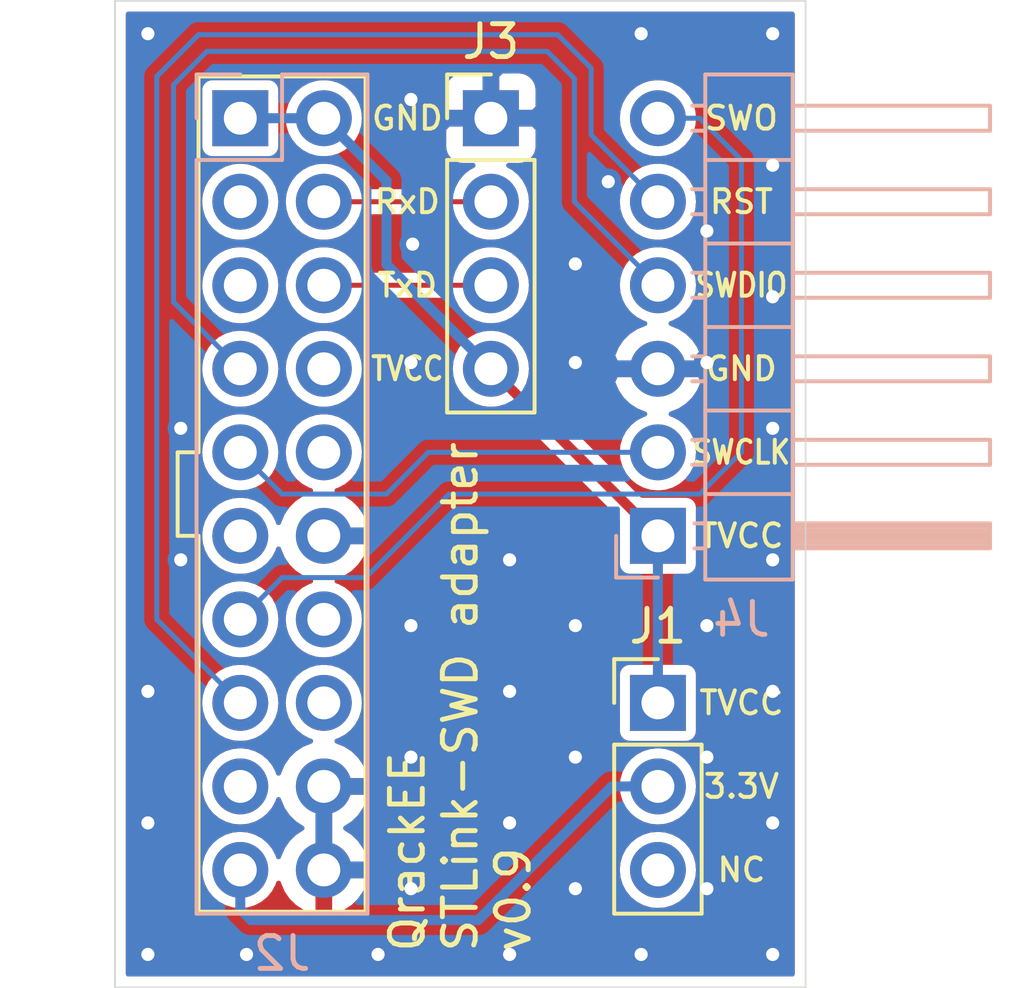
<source format=kicad_pcb>
(kicad_pcb (version 20171130) (host pcbnew "(5.1.2)-2")

  (general
    (thickness 1.6)
    (drawings 26)
    (tracks 78)
    (zones 0)
    (modules 4)
    (nets 10)
  )

  (page A4)
  (title_block
    (title "STLink SWD programming adapter")
    (date 2019-07-07)
    (rev v0.1)
    (company QrackEE)
    (comment 3 "License: MIT")
    (comment 4 "Author: Marcin Kurczalski \"QrackEE\"")
  )

  (layers
    (0 F.Cu signal)
    (31 B.Cu signal)
    (32 B.Adhes user)
    (33 F.Adhes user)
    (34 B.Paste user)
    (35 F.Paste user)
    (36 B.SilkS user)
    (37 F.SilkS user)
    (38 B.Mask user)
    (39 F.Mask user)
    (40 Dwgs.User user)
    (41 Cmts.User user)
    (42 Eco1.User user)
    (43 Eco2.User user)
    (44 Edge.Cuts user)
    (45 Margin user)
    (46 B.CrtYd user)
    (47 F.CrtYd user)
    (48 B.Fab user)
    (49 F.Fab user)
  )

  (setup
    (last_trace_width 0.1524)
    (trace_clearance 0.1524)
    (zone_clearance 0.304)
    (zone_45_only no)
    (trace_min 0.105)
    (via_size 0.8)
    (via_drill 0.4)
    (via_min_size 0.4)
    (via_min_drill 0.3)
    (uvia_size 0.3)
    (uvia_drill 0.1)
    (uvias_allowed no)
    (uvia_min_size 0.2)
    (uvia_min_drill 0.1)
    (edge_width 0.05)
    (segment_width 0.2)
    (pcb_text_width 0.3)
    (pcb_text_size 1.5 1.5)
    (mod_edge_width 0.12)
    (mod_text_size 1 1)
    (mod_text_width 0.15)
    (pad_size 1.524 1.524)
    (pad_drill 0.762)
    (pad_to_mask_clearance 0.051)
    (solder_mask_min_width 0.25)
    (aux_axis_origin 0 0)
    (grid_origin 58.42 100.33)
    (visible_elements FFFFFF7F)
    (pcbplotparams
      (layerselection 0x010fc_ffffffff)
      (usegerberextensions false)
      (usegerberattributes false)
      (usegerberadvancedattributes false)
      (creategerberjobfile false)
      (excludeedgelayer true)
      (linewidth 0.100000)
      (plotframeref false)
      (viasonmask false)
      (mode 1)
      (useauxorigin false)
      (hpglpennumber 1)
      (hpglpenspeed 20)
      (hpglpendiameter 15.000000)
      (psnegative false)
      (psa4output false)
      (plotreference true)
      (plotvalue true)
      (plotinvisibletext false)
      (padsonsilk false)
      (subtractmaskfromsilk false)
      (outputformat 1)
      (mirror false)
      (drillshape 1)
      (scaleselection 1)
      (outputdirectory ""))
  )

  (net 0 "")
  (net 1 /VDD3.3V)
  (net 2 /TVCC)
  (net 3 GND)
  (net 4 /STM32RESET)
  (net 5 /TCK_SWCLK)
  (net 6 /UART_TX)
  (net 7 /UART_RX)
  (net 8 /TDO_SWO)
  (net 9 /TMS_SWDIO)

  (net_class Default "This is the default net class."
    (clearance 0.1524)
    (trace_width 0.1524)
    (via_dia 0.8)
    (via_drill 0.4)
    (uvia_dia 0.3)
    (uvia_drill 0.1)
    (add_net /BOOT0)
    (add_net /KEY)
    (add_net /STM32RESET)
    (add_net /SWIM)
    (add_net /SWIM_RST)
    (add_net /TCK_SWCLK)
    (add_net /TDI)
    (add_net /TDO_SWO)
    (add_net /TMS_SWDIO)
    (add_net /TRST)
    (add_net /UART_RX)
    (add_net /UART_TX)
    (add_net "Net-(J1-Pad3)")
    (add_net "Net-(J2-Pad11)")
    (add_net "Net-(J2-Pad17)")
  )

  (net_class Power ""
    (clearance 0.1524)
    (trace_width 0.3048)
    (via_dia 0.8)
    (via_drill 0.4)
    (uvia_dia 0.3)
    (uvia_drill 0.1)
    (add_net /TVCC)
    (add_net /VDD3.3V)
    (add_net GND)
  )

  (module Connector_PinHeader_2.54mm:PinHeader_1x06_P2.54mm_Horizontal (layer B.Cu) (tedit 59FED5CB) (tstamp 5D223F14)
    (at 74.93 101.6)
    (descr "Through hole angled pin header, 1x06, 2.54mm pitch, 6mm pin length, single row")
    (tags "Through hole angled pin header THT 1x06 2.54mm single row")
    (path /5D231514)
    (fp_text reference J4 (at 2.54 2.54) (layer B.SilkS)
      (effects (font (size 1 1) (thickness 0.15)) (justify mirror))
    )
    (fp_text value Conn_01x06_Male (at 4.385 -14.97) (layer B.Fab)
      (effects (font (size 1 1) (thickness 0.15)) (justify mirror))
    )
    (fp_text user %R (at 2.77 -6.35 -90) (layer B.Fab)
      (effects (font (size 1 1) (thickness 0.15)) (justify mirror))
    )
    (fp_line (start 10.55 1.8) (end -1.8 1.8) (layer B.CrtYd) (width 0.05))
    (fp_line (start 10.55 -14.5) (end 10.55 1.8) (layer B.CrtYd) (width 0.05))
    (fp_line (start -1.8 -14.5) (end 10.55 -14.5) (layer B.CrtYd) (width 0.05))
    (fp_line (start -1.8 1.8) (end -1.8 -14.5) (layer B.CrtYd) (width 0.05))
    (fp_line (start -1.27 1.27) (end 0 1.27) (layer B.SilkS) (width 0.12))
    (fp_line (start -1.27 0) (end -1.27 1.27) (layer B.SilkS) (width 0.12))
    (fp_line (start 1.042929 -13.08) (end 1.44 -13.08) (layer B.SilkS) (width 0.12))
    (fp_line (start 1.042929 -12.32) (end 1.44 -12.32) (layer B.SilkS) (width 0.12))
    (fp_line (start 10.1 -13.08) (end 4.1 -13.08) (layer B.SilkS) (width 0.12))
    (fp_line (start 10.1 -12.32) (end 10.1 -13.08) (layer B.SilkS) (width 0.12))
    (fp_line (start 4.1 -12.32) (end 10.1 -12.32) (layer B.SilkS) (width 0.12))
    (fp_line (start 1.44 -11.43) (end 4.1 -11.43) (layer B.SilkS) (width 0.12))
    (fp_line (start 1.042929 -10.54) (end 1.44 -10.54) (layer B.SilkS) (width 0.12))
    (fp_line (start 1.042929 -9.78) (end 1.44 -9.78) (layer B.SilkS) (width 0.12))
    (fp_line (start 10.1 -10.54) (end 4.1 -10.54) (layer B.SilkS) (width 0.12))
    (fp_line (start 10.1 -9.78) (end 10.1 -10.54) (layer B.SilkS) (width 0.12))
    (fp_line (start 4.1 -9.78) (end 10.1 -9.78) (layer B.SilkS) (width 0.12))
    (fp_line (start 1.44 -8.89) (end 4.1 -8.89) (layer B.SilkS) (width 0.12))
    (fp_line (start 1.042929 -8) (end 1.44 -8) (layer B.SilkS) (width 0.12))
    (fp_line (start 1.042929 -7.24) (end 1.44 -7.24) (layer B.SilkS) (width 0.12))
    (fp_line (start 10.1 -8) (end 4.1 -8) (layer B.SilkS) (width 0.12))
    (fp_line (start 10.1 -7.24) (end 10.1 -8) (layer B.SilkS) (width 0.12))
    (fp_line (start 4.1 -7.24) (end 10.1 -7.24) (layer B.SilkS) (width 0.12))
    (fp_line (start 1.44 -6.35) (end 4.1 -6.35) (layer B.SilkS) (width 0.12))
    (fp_line (start 1.042929 -5.46) (end 1.44 -5.46) (layer B.SilkS) (width 0.12))
    (fp_line (start 1.042929 -4.7) (end 1.44 -4.7) (layer B.SilkS) (width 0.12))
    (fp_line (start 10.1 -5.46) (end 4.1 -5.46) (layer B.SilkS) (width 0.12))
    (fp_line (start 10.1 -4.7) (end 10.1 -5.46) (layer B.SilkS) (width 0.12))
    (fp_line (start 4.1 -4.7) (end 10.1 -4.7) (layer B.SilkS) (width 0.12))
    (fp_line (start 1.44 -3.81) (end 4.1 -3.81) (layer B.SilkS) (width 0.12))
    (fp_line (start 1.042929 -2.92) (end 1.44 -2.92) (layer B.SilkS) (width 0.12))
    (fp_line (start 1.042929 -2.16) (end 1.44 -2.16) (layer B.SilkS) (width 0.12))
    (fp_line (start 10.1 -2.92) (end 4.1 -2.92) (layer B.SilkS) (width 0.12))
    (fp_line (start 10.1 -2.16) (end 10.1 -2.92) (layer B.SilkS) (width 0.12))
    (fp_line (start 4.1 -2.16) (end 10.1 -2.16) (layer B.SilkS) (width 0.12))
    (fp_line (start 1.44 -1.27) (end 4.1 -1.27) (layer B.SilkS) (width 0.12))
    (fp_line (start 1.11 -0.38) (end 1.44 -0.38) (layer B.SilkS) (width 0.12))
    (fp_line (start 1.11 0.38) (end 1.44 0.38) (layer B.SilkS) (width 0.12))
    (fp_line (start 4.1 -0.28) (end 10.1 -0.28) (layer B.SilkS) (width 0.12))
    (fp_line (start 4.1 -0.16) (end 10.1 -0.16) (layer B.SilkS) (width 0.12))
    (fp_line (start 4.1 -0.04) (end 10.1 -0.04) (layer B.SilkS) (width 0.12))
    (fp_line (start 4.1 0.08) (end 10.1 0.08) (layer B.SilkS) (width 0.12))
    (fp_line (start 4.1 0.2) (end 10.1 0.2) (layer B.SilkS) (width 0.12))
    (fp_line (start 4.1 0.32) (end 10.1 0.32) (layer B.SilkS) (width 0.12))
    (fp_line (start 10.1 -0.38) (end 4.1 -0.38) (layer B.SilkS) (width 0.12))
    (fp_line (start 10.1 0.38) (end 10.1 -0.38) (layer B.SilkS) (width 0.12))
    (fp_line (start 4.1 0.38) (end 10.1 0.38) (layer B.SilkS) (width 0.12))
    (fp_line (start 4.1 1.33) (end 1.44 1.33) (layer B.SilkS) (width 0.12))
    (fp_line (start 4.1 -14.03) (end 4.1 1.33) (layer B.SilkS) (width 0.12))
    (fp_line (start 1.44 -14.03) (end 4.1 -14.03) (layer B.SilkS) (width 0.12))
    (fp_line (start 1.44 1.33) (end 1.44 -14.03) (layer B.SilkS) (width 0.12))
    (fp_line (start 4.04 -13.02) (end 10.04 -13.02) (layer B.Fab) (width 0.1))
    (fp_line (start 10.04 -12.38) (end 10.04 -13.02) (layer B.Fab) (width 0.1))
    (fp_line (start 4.04 -12.38) (end 10.04 -12.38) (layer B.Fab) (width 0.1))
    (fp_line (start -0.32 -13.02) (end 1.5 -13.02) (layer B.Fab) (width 0.1))
    (fp_line (start -0.32 -12.38) (end -0.32 -13.02) (layer B.Fab) (width 0.1))
    (fp_line (start -0.32 -12.38) (end 1.5 -12.38) (layer B.Fab) (width 0.1))
    (fp_line (start 4.04 -10.48) (end 10.04 -10.48) (layer B.Fab) (width 0.1))
    (fp_line (start 10.04 -9.84) (end 10.04 -10.48) (layer B.Fab) (width 0.1))
    (fp_line (start 4.04 -9.84) (end 10.04 -9.84) (layer B.Fab) (width 0.1))
    (fp_line (start -0.32 -10.48) (end 1.5 -10.48) (layer B.Fab) (width 0.1))
    (fp_line (start -0.32 -9.84) (end -0.32 -10.48) (layer B.Fab) (width 0.1))
    (fp_line (start -0.32 -9.84) (end 1.5 -9.84) (layer B.Fab) (width 0.1))
    (fp_line (start 4.04 -7.94) (end 10.04 -7.94) (layer B.Fab) (width 0.1))
    (fp_line (start 10.04 -7.3) (end 10.04 -7.94) (layer B.Fab) (width 0.1))
    (fp_line (start 4.04 -7.3) (end 10.04 -7.3) (layer B.Fab) (width 0.1))
    (fp_line (start -0.32 -7.94) (end 1.5 -7.94) (layer B.Fab) (width 0.1))
    (fp_line (start -0.32 -7.3) (end -0.32 -7.94) (layer B.Fab) (width 0.1))
    (fp_line (start -0.32 -7.3) (end 1.5 -7.3) (layer B.Fab) (width 0.1))
    (fp_line (start 4.04 -5.4) (end 10.04 -5.4) (layer B.Fab) (width 0.1))
    (fp_line (start 10.04 -4.76) (end 10.04 -5.4) (layer B.Fab) (width 0.1))
    (fp_line (start 4.04 -4.76) (end 10.04 -4.76) (layer B.Fab) (width 0.1))
    (fp_line (start -0.32 -5.4) (end 1.5 -5.4) (layer B.Fab) (width 0.1))
    (fp_line (start -0.32 -4.76) (end -0.32 -5.4) (layer B.Fab) (width 0.1))
    (fp_line (start -0.32 -4.76) (end 1.5 -4.76) (layer B.Fab) (width 0.1))
    (fp_line (start 4.04 -2.86) (end 10.04 -2.86) (layer B.Fab) (width 0.1))
    (fp_line (start 10.04 -2.22) (end 10.04 -2.86) (layer B.Fab) (width 0.1))
    (fp_line (start 4.04 -2.22) (end 10.04 -2.22) (layer B.Fab) (width 0.1))
    (fp_line (start -0.32 -2.86) (end 1.5 -2.86) (layer B.Fab) (width 0.1))
    (fp_line (start -0.32 -2.22) (end -0.32 -2.86) (layer B.Fab) (width 0.1))
    (fp_line (start -0.32 -2.22) (end 1.5 -2.22) (layer B.Fab) (width 0.1))
    (fp_line (start 4.04 -0.32) (end 10.04 -0.32) (layer B.Fab) (width 0.1))
    (fp_line (start 10.04 0.32) (end 10.04 -0.32) (layer B.Fab) (width 0.1))
    (fp_line (start 4.04 0.32) (end 10.04 0.32) (layer B.Fab) (width 0.1))
    (fp_line (start -0.32 -0.32) (end 1.5 -0.32) (layer B.Fab) (width 0.1))
    (fp_line (start -0.32 0.32) (end -0.32 -0.32) (layer B.Fab) (width 0.1))
    (fp_line (start -0.32 0.32) (end 1.5 0.32) (layer B.Fab) (width 0.1))
    (fp_line (start 1.5 0.635) (end 2.135 1.27) (layer B.Fab) (width 0.1))
    (fp_line (start 1.5 -13.97) (end 1.5 0.635) (layer B.Fab) (width 0.1))
    (fp_line (start 4.04 -13.97) (end 1.5 -13.97) (layer B.Fab) (width 0.1))
    (fp_line (start 4.04 1.27) (end 4.04 -13.97) (layer B.Fab) (width 0.1))
    (fp_line (start 2.135 1.27) (end 4.04 1.27) (layer B.Fab) (width 0.1))
    (pad 6 thru_hole oval (at 0 -12.7) (size 1.7 1.7) (drill 1) (layers *.Cu *.Mask)
      (net 8 /TDO_SWO))
    (pad 5 thru_hole oval (at 0 -10.16) (size 1.7 1.7) (drill 1) (layers *.Cu *.Mask)
      (net 4 /STM32RESET))
    (pad 4 thru_hole oval (at 0 -7.62) (size 1.7 1.7) (drill 1) (layers *.Cu *.Mask)
      (net 9 /TMS_SWDIO))
    (pad 3 thru_hole oval (at 0 -5.08) (size 1.7 1.7) (drill 1) (layers *.Cu *.Mask)
      (net 3 GND))
    (pad 2 thru_hole oval (at 0 -2.54) (size 1.7 1.7) (drill 1) (layers *.Cu *.Mask)
      (net 5 /TCK_SWCLK))
    (pad 1 thru_hole rect (at 0 0) (size 1.7 1.7) (drill 1) (layers *.Cu *.Mask)
      (net 2 /TVCC))
    (model ${KISYS3DMOD}/Connector_PinHeader_2.54mm.3dshapes/PinHeader_1x06_P2.54mm_Horizontal.wrl
      (at (xyz 0 0 0))
      (scale (xyz 1 1 1))
      (rotate (xyz 0 0 0))
    )
  )

  (module Connector_PinHeader_2.54mm:PinHeader_1x04_P2.54mm_Vertical (layer F.Cu) (tedit 59FED5CC) (tstamp 5D223EAD)
    (at 69.85 88.9)
    (descr "Through hole straight pin header, 1x04, 2.54mm pitch, single row")
    (tags "Through hole pin header THT 1x04 2.54mm single row")
    (path /5D2234CB)
    (fp_text reference J3 (at 0 -2.33) (layer F.SilkS)
      (effects (font (size 1 1) (thickness 0.15)))
    )
    (fp_text value Conn_01x04_Male (at 0 9.95) (layer F.Fab)
      (effects (font (size 1 1) (thickness 0.15)))
    )
    (fp_text user %R (at 0 3.81 90) (layer F.Fab)
      (effects (font (size 1 1) (thickness 0.15)))
    )
    (fp_line (start 1.8 -1.8) (end -1.8 -1.8) (layer F.CrtYd) (width 0.05))
    (fp_line (start 1.8 9.4) (end 1.8 -1.8) (layer F.CrtYd) (width 0.05))
    (fp_line (start -1.8 9.4) (end 1.8 9.4) (layer F.CrtYd) (width 0.05))
    (fp_line (start -1.8 -1.8) (end -1.8 9.4) (layer F.CrtYd) (width 0.05))
    (fp_line (start -1.33 -1.33) (end 0 -1.33) (layer F.SilkS) (width 0.12))
    (fp_line (start -1.33 0) (end -1.33 -1.33) (layer F.SilkS) (width 0.12))
    (fp_line (start -1.33 1.27) (end 1.33 1.27) (layer F.SilkS) (width 0.12))
    (fp_line (start 1.33 1.27) (end 1.33 8.95) (layer F.SilkS) (width 0.12))
    (fp_line (start -1.33 1.27) (end -1.33 8.95) (layer F.SilkS) (width 0.12))
    (fp_line (start -1.33 8.95) (end 1.33 8.95) (layer F.SilkS) (width 0.12))
    (fp_line (start -1.27 -0.635) (end -0.635 -1.27) (layer F.Fab) (width 0.1))
    (fp_line (start -1.27 8.89) (end -1.27 -0.635) (layer F.Fab) (width 0.1))
    (fp_line (start 1.27 8.89) (end -1.27 8.89) (layer F.Fab) (width 0.1))
    (fp_line (start 1.27 -1.27) (end 1.27 8.89) (layer F.Fab) (width 0.1))
    (fp_line (start -0.635 -1.27) (end 1.27 -1.27) (layer F.Fab) (width 0.1))
    (pad 4 thru_hole oval (at 0 7.62) (size 1.7 1.7) (drill 1) (layers *.Cu *.Mask)
      (net 2 /TVCC))
    (pad 3 thru_hole oval (at 0 5.08) (size 1.7 1.7) (drill 1) (layers *.Cu *.Mask)
      (net 6 /UART_TX))
    (pad 2 thru_hole oval (at 0 2.54) (size 1.7 1.7) (drill 1) (layers *.Cu *.Mask)
      (net 7 /UART_RX))
    (pad 1 thru_hole rect (at 0 0) (size 1.7 1.7) (drill 1) (layers *.Cu *.Mask)
      (net 3 GND))
    (model ${KISYS3DMOD}/Connector_PinHeader_2.54mm.3dshapes/PinHeader_1x04_P2.54mm_Vertical.wrl
      (at (xyz 0 0 0))
      (scale (xyz 1 1 1))
      (rotate (xyz 0 0 0))
    )
  )

  (module Connector_PinSocket_2.54mm:PinSocket_2x10_P2.54mm_Vertical (layer B.Cu) (tedit 5A19A427) (tstamp 5D223E95)
    (at 62.23 88.9 180)
    (descr "Through hole straight socket strip, 2x10, 2.54mm pitch, double cols (from Kicad 4.0.7), script generated")
    (tags "Through hole socket strip THT 2x10 2.54mm double row")
    (path /5D22FDF2)
    (fp_text reference J2 (at -1.27 -25.4) (layer B.SilkS)
      (effects (font (size 1 1) (thickness 0.15)) (justify mirror))
    )
    (fp_text value Conn_02x10_Odd_Even (at -1.27 -25.63) (layer B.Fab)
      (effects (font (size 1 1) (thickness 0.15)) (justify mirror))
    )
    (fp_text user %R (at -1.27 -11.43 -90) (layer B.Fab)
      (effects (font (size 1 1) (thickness 0.15)) (justify mirror))
    )
    (fp_line (start -4.34 -24.6) (end -4.34 1.8) (layer B.CrtYd) (width 0.05))
    (fp_line (start 1.76 -24.6) (end -4.34 -24.6) (layer B.CrtYd) (width 0.05))
    (fp_line (start 1.76 1.8) (end 1.76 -24.6) (layer B.CrtYd) (width 0.05))
    (fp_line (start -4.34 1.8) (end 1.76 1.8) (layer B.CrtYd) (width 0.05))
    (fp_line (start 0 1.33) (end 1.33 1.33) (layer B.SilkS) (width 0.12))
    (fp_line (start 1.33 1.33) (end 1.33 0) (layer B.SilkS) (width 0.12))
    (fp_line (start -1.27 1.33) (end -1.27 -1.27) (layer B.SilkS) (width 0.12))
    (fp_line (start -1.27 -1.27) (end 1.33 -1.27) (layer B.SilkS) (width 0.12))
    (fp_line (start 1.33 -1.27) (end 1.33 -24.19) (layer B.SilkS) (width 0.12))
    (fp_line (start -3.87 -24.19) (end 1.33 -24.19) (layer B.SilkS) (width 0.12))
    (fp_line (start -3.87 1.33) (end -3.87 -24.19) (layer B.SilkS) (width 0.12))
    (fp_line (start -3.87 1.33) (end -1.27 1.33) (layer B.SilkS) (width 0.12))
    (fp_line (start -3.81 -24.13) (end -3.81 1.27) (layer B.Fab) (width 0.1))
    (fp_line (start 1.27 -24.13) (end -3.81 -24.13) (layer B.Fab) (width 0.1))
    (fp_line (start 1.27 0.27) (end 1.27 -24.13) (layer B.Fab) (width 0.1))
    (fp_line (start 0.27 1.27) (end 1.27 0.27) (layer B.Fab) (width 0.1))
    (fp_line (start -3.81 1.27) (end 0.27 1.27) (layer B.Fab) (width 0.1))
    (pad 20 thru_hole oval (at -2.54 -22.86 180) (size 1.7 1.7) (drill 1) (layers *.Cu *.Mask)
      (net 3 GND))
    (pad 19 thru_hole oval (at 0 -22.86 180) (size 1.7 1.7) (drill 1) (layers *.Cu *.Mask)
      (net 1 /VDD3.3V))
    (pad 18 thru_hole oval (at -2.54 -20.32 180) (size 1.7 1.7) (drill 1) (layers *.Cu *.Mask)
      (net 3 GND))
    (pad 17 thru_hole oval (at 0 -20.32 180) (size 1.7 1.7) (drill 1) (layers *.Cu *.Mask))
    (pad 16 thru_hole oval (at -2.54 -17.78 180) (size 1.7 1.7) (drill 1) (layers *.Cu *.Mask))
    (pad 15 thru_hole oval (at 0 -17.78 180) (size 1.7 1.7) (drill 1) (layers *.Cu *.Mask)
      (net 4 /STM32RESET))
    (pad 14 thru_hole oval (at -2.54 -15.24 180) (size 1.7 1.7) (drill 1) (layers *.Cu *.Mask))
    (pad 13 thru_hole oval (at 0 -15.24 180) (size 1.7 1.7) (drill 1) (layers *.Cu *.Mask)
      (net 8 /TDO_SWO))
    (pad 12 thru_hole oval (at -2.54 -12.7 180) (size 1.7 1.7) (drill 1) (layers *.Cu *.Mask)
      (net 3 GND))
    (pad 11 thru_hole oval (at 0 -12.7 180) (size 1.7 1.7) (drill 1) (layers *.Cu *.Mask))
    (pad 10 thru_hole oval (at -2.54 -10.16 180) (size 1.7 1.7) (drill 1) (layers *.Cu *.Mask))
    (pad 9 thru_hole oval (at 0 -10.16 180) (size 1.7 1.7) (drill 1) (layers *.Cu *.Mask)
      (net 5 /TCK_SWCLK))
    (pad 8 thru_hole oval (at -2.54 -7.62 180) (size 1.7 1.7) (drill 1) (layers *.Cu *.Mask))
    (pad 7 thru_hole oval (at 0 -7.62 180) (size 1.7 1.7) (drill 1) (layers *.Cu *.Mask)
      (net 9 /TMS_SWDIO))
    (pad 6 thru_hole oval (at -2.54 -5.08 180) (size 1.7 1.7) (drill 1) (layers *.Cu *.Mask)
      (net 6 /UART_TX))
    (pad 5 thru_hole oval (at 0 -5.08 180) (size 1.7 1.7) (drill 1) (layers *.Cu *.Mask))
    (pad 4 thru_hole oval (at -2.54 -2.54 180) (size 1.7 1.7) (drill 1) (layers *.Cu *.Mask)
      (net 7 /UART_RX))
    (pad 3 thru_hole oval (at 0 -2.54 180) (size 1.7 1.7) (drill 1) (layers *.Cu *.Mask))
    (pad 2 thru_hole oval (at -2.54 0 180) (size 1.7 1.7) (drill 1) (layers *.Cu *.Mask)
      (net 2 /TVCC))
    (pad 1 thru_hole rect (at 0 0 180) (size 1.7 1.7) (drill 1) (layers *.Cu *.Mask)
      (net 2 /TVCC))
    (model ${KISYS3DMOD}/Connector_PinSocket_2.54mm.3dshapes/PinSocket_2x10_P2.54mm_Vertical.wrl
      (at (xyz 0 0 0))
      (scale (xyz 1 1 1))
      (rotate (xyz 0 0 0))
    )
  )

  (module Connector_PinHeader_2.54mm:PinHeader_1x03_P2.54mm_Vertical (layer F.Cu) (tedit 59FED5CC) (tstamp 5D223E6B)
    (at 74.93 106.68)
    (descr "Through hole straight pin header, 1x03, 2.54mm pitch, single row")
    (tags "Through hole pin header THT 1x03 2.54mm single row")
    (path /5D234C2D)
    (fp_text reference J1 (at 0 -2.33) (layer F.SilkS)
      (effects (font (size 1 1) (thickness 0.15)))
    )
    (fp_text value Conn_01x03_Male (at 0 7.41) (layer F.Fab)
      (effects (font (size 1 1) (thickness 0.15)))
    )
    (fp_text user %R (at 0 2.54 90) (layer F.Fab)
      (effects (font (size 1 1) (thickness 0.15)))
    )
    (fp_line (start 1.8 -1.8) (end -1.8 -1.8) (layer F.CrtYd) (width 0.05))
    (fp_line (start 1.8 6.85) (end 1.8 -1.8) (layer F.CrtYd) (width 0.05))
    (fp_line (start -1.8 6.85) (end 1.8 6.85) (layer F.CrtYd) (width 0.05))
    (fp_line (start -1.8 -1.8) (end -1.8 6.85) (layer F.CrtYd) (width 0.05))
    (fp_line (start -1.33 -1.33) (end 0 -1.33) (layer F.SilkS) (width 0.12))
    (fp_line (start -1.33 0) (end -1.33 -1.33) (layer F.SilkS) (width 0.12))
    (fp_line (start -1.33 1.27) (end 1.33 1.27) (layer F.SilkS) (width 0.12))
    (fp_line (start 1.33 1.27) (end 1.33 6.41) (layer F.SilkS) (width 0.12))
    (fp_line (start -1.33 1.27) (end -1.33 6.41) (layer F.SilkS) (width 0.12))
    (fp_line (start -1.33 6.41) (end 1.33 6.41) (layer F.SilkS) (width 0.12))
    (fp_line (start -1.27 -0.635) (end -0.635 -1.27) (layer F.Fab) (width 0.1))
    (fp_line (start -1.27 6.35) (end -1.27 -0.635) (layer F.Fab) (width 0.1))
    (fp_line (start 1.27 6.35) (end -1.27 6.35) (layer F.Fab) (width 0.1))
    (fp_line (start 1.27 -1.27) (end 1.27 6.35) (layer F.Fab) (width 0.1))
    (fp_line (start -0.635 -1.27) (end 1.27 -1.27) (layer F.Fab) (width 0.1))
    (pad 3 thru_hole oval (at 0 5.08) (size 1.7 1.7) (drill 1) (layers *.Cu *.Mask))
    (pad 2 thru_hole oval (at 0 2.54) (size 1.7 1.7) (drill 1) (layers *.Cu *.Mask)
      (net 1 /VDD3.3V))
    (pad 1 thru_hole rect (at 0 0) (size 1.7 1.7) (drill 1) (layers *.Cu *.Mask)
      (net 2 /TVCC))
    (model ${KISYS3DMOD}/Connector_PinHeader_2.54mm.3dshapes/PinHeader_1x03_P2.54mm_Vertical.wrl
      (at (xyz 0 0 0))
      (scale (xyz 1 1 1))
      (rotate (xyz 0 0 0))
    )
  )

  (gr_text NC (at 77.47 111.76) (layer F.SilkS) (tstamp 5D226DC3)
    (effects (font (size 0.7 0.7) (thickness 0.12)))
  )
  (gr_text 3.3V (at 77.47 109.22) (layer F.SilkS) (tstamp 5D226DC3)
    (effects (font (size 0.7 0.7) (thickness 0.12)))
  )
  (gr_text TVCC (at 77.47 106.68) (layer F.SilkS) (tstamp 5D226DC3)
    (effects (font (size 0.7 0.7) (thickness 0.12)))
  )
  (gr_text TVCC (at 77.47 101.6) (layer F.SilkS) (tstamp 5D226DC3)
    (effects (font (size 0.7 0.7) (thickness 0.12)))
  )
  (gr_text SWCLK (at 77.47 99.06) (layer F.SilkS) (tstamp 5D226DC3)
    (effects (font (size 0.7 0.6) (thickness 0.12)))
  )
  (gr_text GND (at 77.47 96.52) (layer F.SilkS) (tstamp 5D226DC3)
    (effects (font (size 0.7 0.7) (thickness 0.12)))
  )
  (gr_text SWDIO (at 77.47 93.98) (layer F.SilkS) (tstamp 5D226DC3)
    (effects (font (size 0.7 0.6) (thickness 0.12)))
  )
  (gr_text RST (at 77.47 91.44) (layer F.SilkS) (tstamp 5D226DC3)
    (effects (font (size 0.7 0.7) (thickness 0.12)))
  )
  (gr_text SWO (at 77.47 88.9) (layer F.SilkS) (tstamp 5D226DC3)
    (effects (font (size 0.7 0.7) (thickness 0.12)))
  )
  (gr_text TVCC (at 67.31 96.52) (layer F.SilkS) (tstamp 5D226DC3)
    (effects (font (size 0.7 0.6) (thickness 0.12)))
  )
  (gr_text TxD (at 67.31 93.98) (layer F.SilkS) (tstamp 5D226DC3)
    (effects (font (size 0.7 0.7) (thickness 0.12)))
  )
  (gr_text RxD (at 67.31 91.44) (layer F.SilkS) (tstamp 5D226DC3)
    (effects (font (size 0.7 0.7) (thickness 0.12)))
  )
  (gr_text GND (at 67.31 88.9) (layer F.SilkS)
    (effects (font (size 0.7 0.7) (thickness 0.12)))
  )
  (gr_line (start 60.325 101.6) (end 60.96 101.6) (layer F.SilkS) (width 0.12) (tstamp 5D226DB8))
  (gr_line (start 60.325 99.06) (end 60.325 101.6) (layer F.SilkS) (width 0.12))
  (gr_line (start 60.96 99.06) (end 60.325 99.06) (layer F.SilkS) (width 0.12))
  (gr_line (start 60.96 87.63) (end 60.96 99.06) (layer F.SilkS) (width 0.12))
  (gr_line (start 60.96 113.03) (end 60.96 101.6) (layer F.SilkS) (width 0.12))
  (gr_line (start 66.04 113.03) (end 60.96 113.03) (layer F.SilkS) (width 0.12))
  (gr_line (start 66.04 87.63) (end 66.04 113.03) (layer F.SilkS) (width 0.12))
  (gr_line (start 60.96 87.63) (end 66.04 87.63) (layer F.SilkS) (width 0.12))
  (gr_text "QrackEE\nSTLink-SWD adapter\nv0.9" (at 68.92 114.33 90) (layer F.SilkS)
    (effects (font (size 1 1) (thickness 0.15)) (justify left))
  )
  (gr_line (start 79.42 115.33) (end 58.42 115.33) (layer Edge.Cuts) (width 0.05) (tstamp 5D226A21))
  (gr_line (start 79.42 85.33) (end 79.42 115.33) (layer Edge.Cuts) (width 0.05))
  (gr_line (start 58.42 85.33) (end 79.42 85.33) (layer Edge.Cuts) (width 0.05))
  (gr_line (start 58.42 115.33) (end 58.42 85.33) (layer Edge.Cuts) (width 0.05))

  (segment (start 73.53 109.22) (end 74.93 109.22) (width 0.3048) (layer B.Cu) (net 1))
  (segment (start 69.466 113.284) (end 73.53 109.22) (width 0.3048) (layer B.Cu) (net 1))
  (segment (start 62.551919 113.284) (end 69.466 113.284) (width 0.3048) (layer B.Cu) (net 1))
  (segment (start 62.23 111.76) (end 62.23 112.962081) (width 0.3048) (layer B.Cu) (net 1))
  (segment (start 62.23 112.962081) (end 62.551919 113.284) (width 0.3048) (layer B.Cu) (net 1))
  (segment (start 62.23 88.9) (end 64.77 88.9) (width 0.3048) (layer B.Cu) (net 2))
  (segment (start 74.93 101.6) (end 74.93 106.68) (width 0.3048) (layer B.Cu) (net 2))
  (segment (start 69.85 96.52) (end 74.93 101.6) (width 0.3048) (layer F.Cu) (net 2))
  (segment (start 66.675 93.345) (end 69.85 96.52) (width 0.3048) (layer B.Cu) (net 2))
  (segment (start 64.77 88.9) (end 66.675 90.805) (width 0.3048) (layer B.Cu) (net 2))
  (segment (start 66.675 90.805) (end 66.675 93.345) (width 0.3048) (layer B.Cu) (net 2))
  (via (at 78.42 86.33) (size 0.8) (drill 0.4) (layers F.Cu B.Cu) (net 3))
  (via (at 78.42 90.33) (size 0.8) (drill 0.4) (layers F.Cu B.Cu) (net 3))
  (via (at 78.42 94.33) (size 0.8) (drill 0.4) (layers F.Cu B.Cu) (net 3))
  (via (at 78.42 98.33) (size 0.8) (drill 0.4) (layers F.Cu B.Cu) (net 3))
  (via (at 78.42 102.33) (size 0.8) (drill 0.4) (layers F.Cu B.Cu) (net 3))
  (via (at 78.42 106.33) (size 0.8) (drill 0.4) (layers F.Cu B.Cu) (net 3))
  (via (at 78.42 110.33) (size 0.8) (drill 0.4) (layers F.Cu B.Cu) (net 3))
  (via (at 78.42 114.33) (size 0.8) (drill 0.4) (layers F.Cu B.Cu) (net 3))
  (via (at 76.42 92.33) (size 0.8) (drill 0.4) (layers F.Cu B.Cu) (net 3))
  (via (at 76.42 96.33) (size 0.8) (drill 0.4) (layers F.Cu B.Cu) (net 3))
  (via (at 76.42 104.33) (size 0.8) (drill 0.4) (layers F.Cu B.Cu) (net 3))
  (via (at 76.42 108.33) (size 0.8) (drill 0.4) (layers F.Cu B.Cu) (net 3))
  (via (at 76.42 112.33) (size 0.8) (drill 0.4) (layers F.Cu B.Cu) (net 3))
  (via (at 72.42 112.33) (size 0.8) (drill 0.4) (layers F.Cu B.Cu) (net 3))
  (via (at 72.42 108.33) (size 0.8) (drill 0.4) (layers F.Cu B.Cu) (net 3))
  (via (at 72.42 104.33) (size 0.8) (drill 0.4) (layers F.Cu B.Cu) (net 3))
  (via (at 72.42 96.33) (size 0.8) (drill 0.4) (layers F.Cu B.Cu) (net 3))
  (via (at 72.42 93.33) (size 0.8) (drill 0.4) (layers F.Cu B.Cu) (net 3))
  (via (at 70.42 106.33) (size 0.8) (drill 0.4) (layers F.Cu B.Cu) (net 3))
  (via (at 70.42 102.33) (size 0.8) (drill 0.4) (layers F.Cu B.Cu) (net 3))
  (via (at 70.42 114.33) (size 0.8) (drill 0.4) (layers F.Cu B.Cu) (net 3))
  (via (at 74.42 114.33) (size 0.8) (drill 0.4) (layers F.Cu B.Cu) (net 3))
  (via (at 66.42 114.33) (size 0.8) (drill 0.4) (layers F.Cu B.Cu) (net 3))
  (via (at 62.42 114.33) (size 0.8) (drill 0.4) (layers F.Cu B.Cu) (net 3))
  (via (at 59.42 114.33) (size 0.8) (drill 0.4) (layers F.Cu B.Cu) (net 3))
  (via (at 59.42 110.33) (size 0.8) (drill 0.4) (layers F.Cu B.Cu) (net 3))
  (via (at 59.42 106.33) (size 0.8) (drill 0.4) (layers F.Cu B.Cu) (net 3))
  (via (at 60.42 102.33) (size 0.8) (drill 0.4) (layers F.Cu B.Cu) (net 3))
  (via (at 60.42 98.33) (size 0.8) (drill 0.4) (layers F.Cu B.Cu) (net 3))
  (via (at 59.42 86.33) (size 0.8) (drill 0.4) (layers F.Cu B.Cu) (net 3))
  (via (at 67.42 88.33) (size 0.8) (drill 0.4) (layers F.Cu B.Cu) (net 3))
  (via (at 67.42 96.33) (size 0.8) (drill 0.4) (layers F.Cu B.Cu) (net 3))
  (via (at 67.42 104.33) (size 0.8) (drill 0.4) (layers F.Cu B.Cu) (net 3))
  (via (at 67.42 108.33) (size 0.8) (drill 0.4) (layers F.Cu B.Cu) (net 3))
  (via (at 70.42 110.33) (size 0.8) (drill 0.4) (layers F.Cu B.Cu) (net 3))
  (via (at 67.42 112.33) (size 0.8) (drill 0.4) (layers F.Cu B.Cu) (net 3))
  (via (at 74.42 86.33) (size 0.8) (drill 0.4) (layers F.Cu B.Cu) (net 3))
  (via (at 67.47 92.73) (size 0.8) (drill 0.4) (layers F.Cu B.Cu) (net 3))
  (via (at 73.42 90.83) (size 0.8) (drill 0.4) (layers F.Cu B.Cu) (net 3))
  (segment (start 72.898 89.408) (end 74.93 91.44) (width 0.1524) (layer B.Cu) (net 4))
  (segment (start 59.69 104.14) (end 59.69 87.63) (width 0.1524) (layer B.Cu) (net 4))
  (segment (start 62.23 106.68) (end 59.69 104.14) (width 0.1524) (layer B.Cu) (net 4))
  (segment (start 59.69 87.63) (end 60.96 86.36) (width 0.1524) (layer B.Cu) (net 4))
  (segment (start 60.96 86.36) (end 71.882 86.36) (width 0.1524) (layer B.Cu) (net 4))
  (segment (start 71.882 86.36) (end 72.898 87.376) (width 0.1524) (layer B.Cu) (net 4))
  (segment (start 72.898 87.376) (end 72.898 89.408) (width 0.1524) (layer B.Cu) (net 4))
  (segment (start 63.5 100.33) (end 62.23 99.06) (width 0.1524) (layer B.Cu) (net 5))
  (segment (start 66.675 100.33) (end 63.5 100.33) (width 0.1524) (layer B.Cu) (net 5))
  (segment (start 74.93 99.06) (end 67.945 99.06) (width 0.1524) (layer B.Cu) (net 5))
  (segment (start 67.945 99.06) (end 66.675 100.33) (width 0.1524) (layer B.Cu) (net 5))
  (segment (start 64.77 93.98) (end 69.85 93.98) (width 0.1524) (layer F.Cu) (net 6))
  (segment (start 64.77 91.44) (end 69.85 91.44) (width 0.1524) (layer F.Cu) (net 7))
  (segment (start 74.93 88.9) (end 76.2 88.9) (width 0.1524) (layer B.Cu) (net 8))
  (segment (start 76.2 88.9) (end 77.47 90.17) (width 0.1524) (layer B.Cu) (net 8))
  (segment (start 77.47 90.17) (end 77.47 99.06) (width 0.1524) (layer B.Cu) (net 8))
  (segment (start 77.47 99.06) (end 76.2 100.33) (width 0.1524) (layer B.Cu) (net 8))
  (segment (start 76.2 100.33) (end 68.58 100.33) (width 0.1524) (layer B.Cu) (net 8))
  (segment (start 68.58 100.33) (end 66.04 102.87) (width 0.1524) (layer B.Cu) (net 8))
  (segment (start 66.04 102.87) (end 63.5 102.87) (width 0.1524) (layer B.Cu) (net 8))
  (segment (start 63.5 102.87) (end 62.23 104.14) (width 0.1524) (layer B.Cu) (net 8))
  (segment (start 72.39 91.44) (end 74.93 93.98) (width 0.1524) (layer B.Cu) (net 9))
  (segment (start 62.23 96.52) (end 60.198 94.488) (width 0.1524) (layer B.Cu) (net 9))
  (segment (start 60.198 94.488) (end 60.198 87.884) (width 0.1524) (layer B.Cu) (net 9))
  (segment (start 60.198 87.884) (end 61.214 86.868) (width 0.1524) (layer B.Cu) (net 9))
  (segment (start 61.214 86.868) (end 71.5645 86.868) (width 0.1524) (layer B.Cu) (net 9))
  (segment (start 71.5645 86.868) (end 72.39 87.6935) (width 0.1524) (layer B.Cu) (net 9))
  (segment (start 72.39 87.6935) (end 72.39 91.44) (width 0.1524) (layer B.Cu) (net 9))

  (zone (net 3) (net_name GND) (layer F.Cu) (tstamp 0) (hatch edge 0.508)
    (connect_pads (clearance 0.304))
    (min_thickness 0.152)
    (fill yes (arc_segments 32) (thermal_gap 0.508) (thermal_bridge_width 0.508))
    (polygon
      (pts
        (xy 58.42 85.33) (xy 79.42 85.33) (xy 79.42 115.33) (xy 58.42 115.33)
      )
    )
    (filled_polygon
      (pts
        (xy 79.015001 114.925) (xy 58.825 114.925) (xy 58.825 109.22) (xy 60.994049 109.22) (xy 61.017797 109.461122)
        (xy 61.08813 109.692978) (xy 61.202344 109.906658) (xy 61.356051 110.093949) (xy 61.543342 110.247656) (xy 61.757022 110.36187)
        (xy 61.988878 110.432203) (xy 62.169577 110.45) (xy 62.290423 110.45) (xy 62.471122 110.432203) (xy 62.702978 110.36187)
        (xy 62.916658 110.247656) (xy 63.103949 110.093949) (xy 63.257656 109.906658) (xy 63.37187 109.692978) (xy 63.393473 109.621762)
        (xy 63.403267 109.654068) (xy 63.514211 109.912364) (xy 63.673414 110.144053) (xy 63.874758 110.340231) (xy 64.105335 110.49)
        (xy 63.874758 110.639769) (xy 63.673414 110.835947) (xy 63.514211 111.067636) (xy 63.403267 111.325932) (xy 63.393473 111.358238)
        (xy 63.37187 111.287022) (xy 63.257656 111.073342) (xy 63.103949 110.886051) (xy 62.916658 110.732344) (xy 62.702978 110.61813)
        (xy 62.471122 110.547797) (xy 62.290423 110.53) (xy 62.169577 110.53) (xy 61.988878 110.547797) (xy 61.757022 110.61813)
        (xy 61.543342 110.732344) (xy 61.356051 110.886051) (xy 61.202344 111.073342) (xy 61.08813 111.287022) (xy 61.017797 111.518878)
        (xy 60.994049 111.76) (xy 61.017797 112.001122) (xy 61.08813 112.232978) (xy 61.202344 112.446658) (xy 61.356051 112.633949)
        (xy 61.543342 112.787656) (xy 61.757022 112.90187) (xy 61.988878 112.972203) (xy 62.169577 112.99) (xy 62.290423 112.99)
        (xy 62.471122 112.972203) (xy 62.702978 112.90187) (xy 62.916658 112.787656) (xy 63.103949 112.633949) (xy 63.257656 112.446658)
        (xy 63.37187 112.232978) (xy 63.393473 112.161762) (xy 63.403267 112.194068) (xy 63.514211 112.452364) (xy 63.673414 112.684053)
        (xy 63.874758 112.880231) (xy 64.110506 113.033359) (xy 64.371598 113.137553) (xy 64.592 113.036917) (xy 64.592 111.938)
        (xy 64.948 111.938) (xy 64.948 113.036917) (xy 65.168402 113.137553) (xy 65.429494 113.033359) (xy 65.665242 112.880231)
        (xy 65.866586 112.684053) (xy 66.025789 112.452364) (xy 66.136733 112.194068) (xy 66.147546 112.158401) (xy 66.045641 111.938)
        (xy 64.948 111.938) (xy 64.592 111.938) (xy 64.572 111.938) (xy 64.572 111.76) (xy 73.694049 111.76)
        (xy 73.717797 112.001122) (xy 73.78813 112.232978) (xy 73.902344 112.446658) (xy 74.056051 112.633949) (xy 74.243342 112.787656)
        (xy 74.457022 112.90187) (xy 74.688878 112.972203) (xy 74.869577 112.99) (xy 74.990423 112.99) (xy 75.171122 112.972203)
        (xy 75.402978 112.90187) (xy 75.616658 112.787656) (xy 75.803949 112.633949) (xy 75.957656 112.446658) (xy 76.07187 112.232978)
        (xy 76.142203 112.001122) (xy 76.165951 111.76) (xy 76.142203 111.518878) (xy 76.07187 111.287022) (xy 75.957656 111.073342)
        (xy 75.803949 110.886051) (xy 75.616658 110.732344) (xy 75.402978 110.61813) (xy 75.171122 110.547797) (xy 74.990423 110.53)
        (xy 74.869577 110.53) (xy 74.688878 110.547797) (xy 74.457022 110.61813) (xy 74.243342 110.732344) (xy 74.056051 110.886051)
        (xy 73.902344 111.073342) (xy 73.78813 111.287022) (xy 73.717797 111.518878) (xy 73.694049 111.76) (xy 64.572 111.76)
        (xy 64.572 111.582) (xy 64.592 111.582) (xy 64.592 109.398) (xy 64.948 109.398) (xy 64.948 111.582)
        (xy 66.045641 111.582) (xy 66.147546 111.361599) (xy 66.136733 111.325932) (xy 66.025789 111.067636) (xy 65.866586 110.835947)
        (xy 65.665242 110.639769) (xy 65.434665 110.49) (xy 65.665242 110.340231) (xy 65.866586 110.144053) (xy 66.025789 109.912364)
        (xy 66.136733 109.654068) (xy 66.147546 109.618401) (xy 66.045641 109.398) (xy 64.948 109.398) (xy 64.592 109.398)
        (xy 64.572 109.398) (xy 64.572 109.22) (xy 73.694049 109.22) (xy 73.717797 109.461122) (xy 73.78813 109.692978)
        (xy 73.902344 109.906658) (xy 74.056051 110.093949) (xy 74.243342 110.247656) (xy 74.457022 110.36187) (xy 74.688878 110.432203)
        (xy 74.869577 110.45) (xy 74.990423 110.45) (xy 75.171122 110.432203) (xy 75.402978 110.36187) (xy 75.616658 110.247656)
        (xy 75.803949 110.093949) (xy 75.957656 109.906658) (xy 76.07187 109.692978) (xy 76.142203 109.461122) (xy 76.165951 109.22)
        (xy 76.142203 108.978878) (xy 76.07187 108.747022) (xy 75.957656 108.533342) (xy 75.803949 108.346051) (xy 75.616658 108.192344)
        (xy 75.402978 108.07813) (xy 75.171122 108.007797) (xy 74.990423 107.99) (xy 74.869577 107.99) (xy 74.688878 108.007797)
        (xy 74.457022 108.07813) (xy 74.243342 108.192344) (xy 74.056051 108.346051) (xy 73.902344 108.533342) (xy 73.78813 108.747022)
        (xy 73.717797 108.978878) (xy 73.694049 109.22) (xy 64.572 109.22) (xy 64.572 109.042) (xy 64.592 109.042)
        (xy 64.592 109.022) (xy 64.948 109.022) (xy 64.948 109.042) (xy 66.045641 109.042) (xy 66.147546 108.821599)
        (xy 66.136733 108.785932) (xy 66.025789 108.527636) (xy 65.866586 108.295947) (xy 65.665242 108.099769) (xy 65.429494 107.946641)
        (xy 65.171314 107.843609) (xy 65.242978 107.82187) (xy 65.456658 107.707656) (xy 65.643949 107.553949) (xy 65.797656 107.366658)
        (xy 65.91187 107.152978) (xy 65.982203 106.921122) (xy 66.005951 106.68) (xy 65.982203 106.438878) (xy 65.91187 106.207022)
        (xy 65.797656 105.993342) (xy 65.663604 105.83) (xy 73.698162 105.83) (xy 73.698162 107.53) (xy 73.705499 107.604493)
        (xy 73.727228 107.676123) (xy 73.762513 107.742138) (xy 73.81 107.8) (xy 73.867862 107.847487) (xy 73.933877 107.882772)
        (xy 74.005507 107.904501) (xy 74.08 107.911838) (xy 75.78 107.911838) (xy 75.854493 107.904501) (xy 75.926123 107.882772)
        (xy 75.992138 107.847487) (xy 76.05 107.8) (xy 76.097487 107.742138) (xy 76.132772 107.676123) (xy 76.154501 107.604493)
        (xy 76.161838 107.53) (xy 76.161838 105.83) (xy 76.154501 105.755507) (xy 76.132772 105.683877) (xy 76.097487 105.617862)
        (xy 76.05 105.56) (xy 75.992138 105.512513) (xy 75.926123 105.477228) (xy 75.854493 105.455499) (xy 75.78 105.448162)
        (xy 74.08 105.448162) (xy 74.005507 105.455499) (xy 73.933877 105.477228) (xy 73.867862 105.512513) (xy 73.81 105.56)
        (xy 73.762513 105.617862) (xy 73.727228 105.683877) (xy 73.705499 105.755507) (xy 73.698162 105.83) (xy 65.663604 105.83)
        (xy 65.643949 105.806051) (xy 65.456658 105.652344) (xy 65.242978 105.53813) (xy 65.011122 105.467797) (xy 64.830423 105.45)
        (xy 64.709577 105.45) (xy 64.528878 105.467797) (xy 64.297022 105.53813) (xy 64.083342 105.652344) (xy 63.896051 105.806051)
        (xy 63.742344 105.993342) (xy 63.62813 106.207022) (xy 63.557797 106.438878) (xy 63.534049 106.68) (xy 63.557797 106.921122)
        (xy 63.62813 107.152978) (xy 63.742344 107.366658) (xy 63.896051 107.553949) (xy 64.083342 107.707656) (xy 64.297022 107.82187)
        (xy 64.368686 107.843609) (xy 64.110506 107.946641) (xy 63.874758 108.099769) (xy 63.673414 108.295947) (xy 63.514211 108.527636)
        (xy 63.403267 108.785932) (xy 63.393473 108.818238) (xy 63.37187 108.747022) (xy 63.257656 108.533342) (xy 63.103949 108.346051)
        (xy 62.916658 108.192344) (xy 62.702978 108.07813) (xy 62.471122 108.007797) (xy 62.290423 107.99) (xy 62.169577 107.99)
        (xy 61.988878 108.007797) (xy 61.757022 108.07813) (xy 61.543342 108.192344) (xy 61.356051 108.346051) (xy 61.202344 108.533342)
        (xy 61.08813 108.747022) (xy 61.017797 108.978878) (xy 60.994049 109.22) (xy 58.825 109.22) (xy 58.825 106.68)
        (xy 60.994049 106.68) (xy 61.017797 106.921122) (xy 61.08813 107.152978) (xy 61.202344 107.366658) (xy 61.356051 107.553949)
        (xy 61.543342 107.707656) (xy 61.757022 107.82187) (xy 61.988878 107.892203) (xy 62.169577 107.91) (xy 62.290423 107.91)
        (xy 62.471122 107.892203) (xy 62.702978 107.82187) (xy 62.916658 107.707656) (xy 63.103949 107.553949) (xy 63.257656 107.366658)
        (xy 63.37187 107.152978) (xy 63.442203 106.921122) (xy 63.465951 106.68) (xy 63.442203 106.438878) (xy 63.37187 106.207022)
        (xy 63.257656 105.993342) (xy 63.103949 105.806051) (xy 62.916658 105.652344) (xy 62.702978 105.53813) (xy 62.471122 105.467797)
        (xy 62.290423 105.45) (xy 62.169577 105.45) (xy 61.988878 105.467797) (xy 61.757022 105.53813) (xy 61.543342 105.652344)
        (xy 61.356051 105.806051) (xy 61.202344 105.993342) (xy 61.08813 106.207022) (xy 61.017797 106.438878) (xy 60.994049 106.68)
        (xy 58.825 106.68) (xy 58.825 104.14) (xy 60.994049 104.14) (xy 61.017797 104.381122) (xy 61.08813 104.612978)
        (xy 61.202344 104.826658) (xy 61.356051 105.013949) (xy 61.543342 105.167656) (xy 61.757022 105.28187) (xy 61.988878 105.352203)
        (xy 62.169577 105.37) (xy 62.290423 105.37) (xy 62.471122 105.352203) (xy 62.702978 105.28187) (xy 62.916658 105.167656)
        (xy 63.103949 105.013949) (xy 63.257656 104.826658) (xy 63.37187 104.612978) (xy 63.442203 104.381122) (xy 63.465951 104.14)
        (xy 63.442203 103.898878) (xy 63.37187 103.667022) (xy 63.257656 103.453342) (xy 63.103949 103.266051) (xy 62.916658 103.112344)
        (xy 62.702978 102.99813) (xy 62.471122 102.927797) (xy 62.290423 102.91) (xy 62.169577 102.91) (xy 61.988878 102.927797)
        (xy 61.757022 102.99813) (xy 61.543342 103.112344) (xy 61.356051 103.266051) (xy 61.202344 103.453342) (xy 61.08813 103.667022)
        (xy 61.017797 103.898878) (xy 60.994049 104.14) (xy 58.825 104.14) (xy 58.825 101.6) (xy 60.994049 101.6)
        (xy 61.017797 101.841122) (xy 61.08813 102.072978) (xy 61.202344 102.286658) (xy 61.356051 102.473949) (xy 61.543342 102.627656)
        (xy 61.757022 102.74187) (xy 61.988878 102.812203) (xy 62.169577 102.83) (xy 62.290423 102.83) (xy 62.471122 102.812203)
        (xy 62.702978 102.74187) (xy 62.916658 102.627656) (xy 63.103949 102.473949) (xy 63.257656 102.286658) (xy 63.37187 102.072978)
        (xy 63.393473 102.001762) (xy 63.403267 102.034068) (xy 63.514211 102.292364) (xy 63.673414 102.524053) (xy 63.874758 102.720231)
        (xy 64.110506 102.873359) (xy 64.368686 102.976391) (xy 64.297022 102.99813) (xy 64.083342 103.112344) (xy 63.896051 103.266051)
        (xy 63.742344 103.453342) (xy 63.62813 103.667022) (xy 63.557797 103.898878) (xy 63.534049 104.14) (xy 63.557797 104.381122)
        (xy 63.62813 104.612978) (xy 63.742344 104.826658) (xy 63.896051 105.013949) (xy 64.083342 105.167656) (xy 64.297022 105.28187)
        (xy 64.528878 105.352203) (xy 64.709577 105.37) (xy 64.830423 105.37) (xy 65.011122 105.352203) (xy 65.242978 105.28187)
        (xy 65.456658 105.167656) (xy 65.643949 105.013949) (xy 65.797656 104.826658) (xy 65.91187 104.612978) (xy 65.982203 104.381122)
        (xy 66.005951 104.14) (xy 65.982203 103.898878) (xy 65.91187 103.667022) (xy 65.797656 103.453342) (xy 65.643949 103.266051)
        (xy 65.456658 103.112344) (xy 65.242978 102.99813) (xy 65.171314 102.976391) (xy 65.429494 102.873359) (xy 65.665242 102.720231)
        (xy 65.866586 102.524053) (xy 66.025789 102.292364) (xy 66.136733 102.034068) (xy 66.147546 101.998401) (xy 66.045641 101.778)
        (xy 64.948 101.778) (xy 64.948 101.798) (xy 64.592 101.798) (xy 64.592 101.778) (xy 64.572 101.778)
        (xy 64.572 101.422) (xy 64.592 101.422) (xy 64.592 101.402) (xy 64.948 101.402) (xy 64.948 101.422)
        (xy 66.045641 101.422) (xy 66.147546 101.201599) (xy 66.136733 101.165932) (xy 66.025789 100.907636) (xy 65.866586 100.675947)
        (xy 65.665242 100.479769) (xy 65.429494 100.326641) (xy 65.171314 100.223609) (xy 65.242978 100.20187) (xy 65.456658 100.087656)
        (xy 65.643949 99.933949) (xy 65.797656 99.746658) (xy 65.91187 99.532978) (xy 65.982203 99.301122) (xy 66.005951 99.06)
        (xy 65.982203 98.818878) (xy 65.91187 98.587022) (xy 65.797656 98.373342) (xy 65.643949 98.186051) (xy 65.456658 98.032344)
        (xy 65.242978 97.91813) (xy 65.011122 97.847797) (xy 64.830423 97.83) (xy 64.709577 97.83) (xy 64.528878 97.847797)
        (xy 64.297022 97.91813) (xy 64.083342 98.032344) (xy 63.896051 98.186051) (xy 63.742344 98.373342) (xy 63.62813 98.587022)
        (xy 63.557797 98.818878) (xy 63.534049 99.06) (xy 63.557797 99.301122) (xy 63.62813 99.532978) (xy 63.742344 99.746658)
        (xy 63.896051 99.933949) (xy 64.083342 100.087656) (xy 64.297022 100.20187) (xy 64.368686 100.223609) (xy 64.110506 100.326641)
        (xy 63.874758 100.479769) (xy 63.673414 100.675947) (xy 63.514211 100.907636) (xy 63.403267 101.165932) (xy 63.393473 101.198238)
        (xy 63.37187 101.127022) (xy 63.257656 100.913342) (xy 63.103949 100.726051) (xy 62.916658 100.572344) (xy 62.702978 100.45813)
        (xy 62.471122 100.387797) (xy 62.290423 100.37) (xy 62.169577 100.37) (xy 61.988878 100.387797) (xy 61.757022 100.45813)
        (xy 61.543342 100.572344) (xy 61.356051 100.726051) (xy 61.202344 100.913342) (xy 61.08813 101.127022) (xy 61.017797 101.358878)
        (xy 60.994049 101.6) (xy 58.825 101.6) (xy 58.825 99.06) (xy 60.994049 99.06) (xy 61.017797 99.301122)
        (xy 61.08813 99.532978) (xy 61.202344 99.746658) (xy 61.356051 99.933949) (xy 61.543342 100.087656) (xy 61.757022 100.20187)
        (xy 61.988878 100.272203) (xy 62.169577 100.29) (xy 62.290423 100.29) (xy 62.471122 100.272203) (xy 62.702978 100.20187)
        (xy 62.916658 100.087656) (xy 63.103949 99.933949) (xy 63.257656 99.746658) (xy 63.37187 99.532978) (xy 63.442203 99.301122)
        (xy 63.465951 99.06) (xy 63.442203 98.818878) (xy 63.37187 98.587022) (xy 63.257656 98.373342) (xy 63.103949 98.186051)
        (xy 62.916658 98.032344) (xy 62.702978 97.91813) (xy 62.471122 97.847797) (xy 62.290423 97.83) (xy 62.169577 97.83)
        (xy 61.988878 97.847797) (xy 61.757022 97.91813) (xy 61.543342 98.032344) (xy 61.356051 98.186051) (xy 61.202344 98.373342)
        (xy 61.08813 98.587022) (xy 61.017797 98.818878) (xy 60.994049 99.06) (xy 58.825 99.06) (xy 58.825 96.52)
        (xy 60.994049 96.52) (xy 61.017797 96.761122) (xy 61.08813 96.992978) (xy 61.202344 97.206658) (xy 61.356051 97.393949)
        (xy 61.543342 97.547656) (xy 61.757022 97.66187) (xy 61.988878 97.732203) (xy 62.169577 97.75) (xy 62.290423 97.75)
        (xy 62.471122 97.732203) (xy 62.702978 97.66187) (xy 62.916658 97.547656) (xy 63.103949 97.393949) (xy 63.257656 97.206658)
        (xy 63.37187 96.992978) (xy 63.442203 96.761122) (xy 63.465951 96.52) (xy 63.534049 96.52) (xy 63.557797 96.761122)
        (xy 63.62813 96.992978) (xy 63.742344 97.206658) (xy 63.896051 97.393949) (xy 64.083342 97.547656) (xy 64.297022 97.66187)
        (xy 64.528878 97.732203) (xy 64.709577 97.75) (xy 64.830423 97.75) (xy 65.011122 97.732203) (xy 65.242978 97.66187)
        (xy 65.456658 97.547656) (xy 65.643949 97.393949) (xy 65.797656 97.206658) (xy 65.91187 96.992978) (xy 65.982203 96.761122)
        (xy 66.005951 96.52) (xy 68.614049 96.52) (xy 68.637797 96.761122) (xy 68.70813 96.992978) (xy 68.822344 97.206658)
        (xy 68.976051 97.393949) (xy 69.163342 97.547656) (xy 69.377022 97.66187) (xy 69.608878 97.732203) (xy 69.789577 97.75)
        (xy 69.910423 97.75) (xy 70.091122 97.732203) (xy 70.258502 97.681429) (xy 73.698162 101.121089) (xy 73.698162 102.45)
        (xy 73.705499 102.524493) (xy 73.727228 102.596123) (xy 73.762513 102.662138) (xy 73.81 102.72) (xy 73.867862 102.767487)
        (xy 73.933877 102.802772) (xy 74.005507 102.824501) (xy 74.08 102.831838) (xy 75.78 102.831838) (xy 75.854493 102.824501)
        (xy 75.926123 102.802772) (xy 75.992138 102.767487) (xy 76.05 102.72) (xy 76.097487 102.662138) (xy 76.132772 102.596123)
        (xy 76.154501 102.524493) (xy 76.161838 102.45) (xy 76.161838 100.75) (xy 76.154501 100.675507) (xy 76.132772 100.603877)
        (xy 76.097487 100.537862) (xy 76.05 100.48) (xy 75.992138 100.432513) (xy 75.926123 100.397228) (xy 75.854493 100.375499)
        (xy 75.78 100.368162) (xy 74.451089 100.368162) (xy 71.011429 96.928502) (xy 71.014493 96.918401) (xy 73.552454 96.918401)
        (xy 73.563267 96.954068) (xy 73.674211 97.212364) (xy 73.833414 97.444053) (xy 74.034758 97.640231) (xy 74.270506 97.793359)
        (xy 74.528686 97.896391) (xy 74.457022 97.91813) (xy 74.243342 98.032344) (xy 74.056051 98.186051) (xy 73.902344 98.373342)
        (xy 73.78813 98.587022) (xy 73.717797 98.818878) (xy 73.694049 99.06) (xy 73.717797 99.301122) (xy 73.78813 99.532978)
        (xy 73.902344 99.746658) (xy 74.056051 99.933949) (xy 74.243342 100.087656) (xy 74.457022 100.20187) (xy 74.688878 100.272203)
        (xy 74.869577 100.29) (xy 74.990423 100.29) (xy 75.171122 100.272203) (xy 75.402978 100.20187) (xy 75.616658 100.087656)
        (xy 75.803949 99.933949) (xy 75.957656 99.746658) (xy 76.07187 99.532978) (xy 76.142203 99.301122) (xy 76.165951 99.06)
        (xy 76.142203 98.818878) (xy 76.07187 98.587022) (xy 75.957656 98.373342) (xy 75.803949 98.186051) (xy 75.616658 98.032344)
        (xy 75.402978 97.91813) (xy 75.331314 97.896391) (xy 75.589494 97.793359) (xy 75.825242 97.640231) (xy 76.026586 97.444053)
        (xy 76.185789 97.212364) (xy 76.296733 96.954068) (xy 76.307546 96.918401) (xy 76.205641 96.698) (xy 75.108 96.698)
        (xy 75.108 96.718) (xy 74.752 96.718) (xy 74.752 96.698) (xy 73.654359 96.698) (xy 73.552454 96.918401)
        (xy 71.014493 96.918401) (xy 71.062203 96.761122) (xy 71.085951 96.52) (xy 71.062203 96.278878) (xy 71.014493 96.121599)
        (xy 73.552454 96.121599) (xy 73.654359 96.342) (xy 74.752 96.342) (xy 74.752 96.322) (xy 75.108 96.322)
        (xy 75.108 96.342) (xy 76.205641 96.342) (xy 76.307546 96.121599) (xy 76.296733 96.085932) (xy 76.185789 95.827636)
        (xy 76.026586 95.595947) (xy 75.825242 95.399769) (xy 75.589494 95.246641) (xy 75.331314 95.143609) (xy 75.402978 95.12187)
        (xy 75.616658 95.007656) (xy 75.803949 94.853949) (xy 75.957656 94.666658) (xy 76.07187 94.452978) (xy 76.142203 94.221122)
        (xy 76.165951 93.98) (xy 76.142203 93.738878) (xy 76.07187 93.507022) (xy 75.957656 93.293342) (xy 75.803949 93.106051)
        (xy 75.616658 92.952344) (xy 75.402978 92.83813) (xy 75.171122 92.767797) (xy 74.990423 92.75) (xy 74.869577 92.75)
        (xy 74.688878 92.767797) (xy 74.457022 92.83813) (xy 74.243342 92.952344) (xy 74.056051 93.106051) (xy 73.902344 93.293342)
        (xy 73.78813 93.507022) (xy 73.717797 93.738878) (xy 73.694049 93.98) (xy 73.717797 94.221122) (xy 73.78813 94.452978)
        (xy 73.902344 94.666658) (xy 74.056051 94.853949) (xy 74.243342 95.007656) (xy 74.457022 95.12187) (xy 74.528686 95.143609)
        (xy 74.270506 95.246641) (xy 74.034758 95.399769) (xy 73.833414 95.595947) (xy 73.674211 95.827636) (xy 73.563267 96.085932)
        (xy 73.552454 96.121599) (xy 71.014493 96.121599) (xy 70.99187 96.047022) (xy 70.877656 95.833342) (xy 70.723949 95.646051)
        (xy 70.536658 95.492344) (xy 70.322978 95.37813) (xy 70.091122 95.307797) (xy 69.910423 95.29) (xy 69.789577 95.29)
        (xy 69.608878 95.307797) (xy 69.377022 95.37813) (xy 69.163342 95.492344) (xy 68.976051 95.646051) (xy 68.822344 95.833342)
        (xy 68.70813 96.047022) (xy 68.637797 96.278878) (xy 68.614049 96.52) (xy 66.005951 96.52) (xy 65.982203 96.278878)
        (xy 65.91187 96.047022) (xy 65.797656 95.833342) (xy 65.643949 95.646051) (xy 65.456658 95.492344) (xy 65.242978 95.37813)
        (xy 65.011122 95.307797) (xy 64.830423 95.29) (xy 64.709577 95.29) (xy 64.528878 95.307797) (xy 64.297022 95.37813)
        (xy 64.083342 95.492344) (xy 63.896051 95.646051) (xy 63.742344 95.833342) (xy 63.62813 96.047022) (xy 63.557797 96.278878)
        (xy 63.534049 96.52) (xy 63.465951 96.52) (xy 63.442203 96.278878) (xy 63.37187 96.047022) (xy 63.257656 95.833342)
        (xy 63.103949 95.646051) (xy 62.916658 95.492344) (xy 62.702978 95.37813) (xy 62.471122 95.307797) (xy 62.290423 95.29)
        (xy 62.169577 95.29) (xy 61.988878 95.307797) (xy 61.757022 95.37813) (xy 61.543342 95.492344) (xy 61.356051 95.646051)
        (xy 61.202344 95.833342) (xy 61.08813 96.047022) (xy 61.017797 96.278878) (xy 60.994049 96.52) (xy 58.825 96.52)
        (xy 58.825 93.98) (xy 60.994049 93.98) (xy 61.017797 94.221122) (xy 61.08813 94.452978) (xy 61.202344 94.666658)
        (xy 61.356051 94.853949) (xy 61.543342 95.007656) (xy 61.757022 95.12187) (xy 61.988878 95.192203) (xy 62.169577 95.21)
        (xy 62.290423 95.21) (xy 62.471122 95.192203) (xy 62.702978 95.12187) (xy 62.916658 95.007656) (xy 63.103949 94.853949)
        (xy 63.257656 94.666658) (xy 63.37187 94.452978) (xy 63.442203 94.221122) (xy 63.465951 93.98) (xy 63.534049 93.98)
        (xy 63.557797 94.221122) (xy 63.62813 94.452978) (xy 63.742344 94.666658) (xy 63.896051 94.853949) (xy 64.083342 95.007656)
        (xy 64.297022 95.12187) (xy 64.528878 95.192203) (xy 64.709577 95.21) (xy 64.830423 95.21) (xy 65.011122 95.192203)
        (xy 65.242978 95.12187) (xy 65.456658 95.007656) (xy 65.643949 94.853949) (xy 65.797656 94.666658) (xy 65.91187 94.452978)
        (xy 65.91696 94.4362) (xy 68.70304 94.4362) (xy 68.70813 94.452978) (xy 68.822344 94.666658) (xy 68.976051 94.853949)
        (xy 69.163342 95.007656) (xy 69.377022 95.12187) (xy 69.608878 95.192203) (xy 69.789577 95.21) (xy 69.910423 95.21)
        (xy 70.091122 95.192203) (xy 70.322978 95.12187) (xy 70.536658 95.007656) (xy 70.723949 94.853949) (xy 70.877656 94.666658)
        (xy 70.99187 94.452978) (xy 71.062203 94.221122) (xy 71.085951 93.98) (xy 71.062203 93.738878) (xy 70.99187 93.507022)
        (xy 70.877656 93.293342) (xy 70.723949 93.106051) (xy 70.536658 92.952344) (xy 70.322978 92.83813) (xy 70.091122 92.767797)
        (xy 69.910423 92.75) (xy 69.789577 92.75) (xy 69.608878 92.767797) (xy 69.377022 92.83813) (xy 69.163342 92.952344)
        (xy 68.976051 93.106051) (xy 68.822344 93.293342) (xy 68.70813 93.507022) (xy 68.70304 93.5238) (xy 65.91696 93.5238)
        (xy 65.91187 93.507022) (xy 65.797656 93.293342) (xy 65.643949 93.106051) (xy 65.456658 92.952344) (xy 65.242978 92.83813)
        (xy 65.011122 92.767797) (xy 64.830423 92.75) (xy 64.709577 92.75) (xy 64.528878 92.767797) (xy 64.297022 92.83813)
        (xy 64.083342 92.952344) (xy 63.896051 93.106051) (xy 63.742344 93.293342) (xy 63.62813 93.507022) (xy 63.557797 93.738878)
        (xy 63.534049 93.98) (xy 63.465951 93.98) (xy 63.442203 93.738878) (xy 63.37187 93.507022) (xy 63.257656 93.293342)
        (xy 63.103949 93.106051) (xy 62.916658 92.952344) (xy 62.702978 92.83813) (xy 62.471122 92.767797) (xy 62.290423 92.75)
        (xy 62.169577 92.75) (xy 61.988878 92.767797) (xy 61.757022 92.83813) (xy 61.543342 92.952344) (xy 61.356051 93.106051)
        (xy 61.202344 93.293342) (xy 61.08813 93.507022) (xy 61.017797 93.738878) (xy 60.994049 93.98) (xy 58.825 93.98)
        (xy 58.825 91.44) (xy 60.994049 91.44) (xy 61.017797 91.681122) (xy 61.08813 91.912978) (xy 61.202344 92.126658)
        (xy 61.356051 92.313949) (xy 61.543342 92.467656) (xy 61.757022 92.58187) (xy 61.988878 92.652203) (xy 62.169577 92.67)
        (xy 62.290423 92.67) (xy 62.471122 92.652203) (xy 62.702978 92.58187) (xy 62.916658 92.467656) (xy 63.103949 92.313949)
        (xy 63.257656 92.126658) (xy 63.37187 91.912978) (xy 63.442203 91.681122) (xy 63.465951 91.44) (xy 63.534049 91.44)
        (xy 63.557797 91.681122) (xy 63.62813 91.912978) (xy 63.742344 92.126658) (xy 63.896051 92.313949) (xy 64.083342 92.467656)
        (xy 64.297022 92.58187) (xy 64.528878 92.652203) (xy 64.709577 92.67) (xy 64.830423 92.67) (xy 65.011122 92.652203)
        (xy 65.242978 92.58187) (xy 65.456658 92.467656) (xy 65.643949 92.313949) (xy 65.797656 92.126658) (xy 65.91187 91.912978)
        (xy 65.91696 91.8962) (xy 68.70304 91.8962) (xy 68.70813 91.912978) (xy 68.822344 92.126658) (xy 68.976051 92.313949)
        (xy 69.163342 92.467656) (xy 69.377022 92.58187) (xy 69.608878 92.652203) (xy 69.789577 92.67) (xy 69.910423 92.67)
        (xy 70.091122 92.652203) (xy 70.322978 92.58187) (xy 70.536658 92.467656) (xy 70.723949 92.313949) (xy 70.877656 92.126658)
        (xy 70.99187 91.912978) (xy 71.062203 91.681122) (xy 71.085951 91.44) (xy 73.694049 91.44) (xy 73.717797 91.681122)
        (xy 73.78813 91.912978) (xy 73.902344 92.126658) (xy 74.056051 92.313949) (xy 74.243342 92.467656) (xy 74.457022 92.58187)
        (xy 74.688878 92.652203) (xy 74.869577 92.67) (xy 74.990423 92.67) (xy 75.171122 92.652203) (xy 75.402978 92.58187)
        (xy 75.616658 92.467656) (xy 75.803949 92.313949) (xy 75.957656 92.126658) (xy 76.07187 91.912978) (xy 76.142203 91.681122)
        (xy 76.165951 91.44) (xy 76.142203 91.198878) (xy 76.07187 90.967022) (xy 75.957656 90.753342) (xy 75.803949 90.566051)
        (xy 75.616658 90.412344) (xy 75.402978 90.29813) (xy 75.171122 90.227797) (xy 74.990423 90.21) (xy 74.869577 90.21)
        (xy 74.688878 90.227797) (xy 74.457022 90.29813) (xy 74.243342 90.412344) (xy 74.056051 90.566051) (xy 73.902344 90.753342)
        (xy 73.78813 90.967022) (xy 73.717797 91.198878) (xy 73.694049 91.44) (xy 71.085951 91.44) (xy 71.062203 91.198878)
        (xy 70.99187 90.967022) (xy 70.877656 90.753342) (xy 70.723949 90.566051) (xy 70.536658 90.412344) (xy 70.39228 90.335173)
        (xy 70.7 90.336826) (xy 70.814484 90.32555) (xy 70.924569 90.292157) (xy 71.026023 90.237928) (xy 71.114949 90.164949)
        (xy 71.187928 90.076023) (xy 71.242157 89.974569) (xy 71.27555 89.864484) (xy 71.286826 89.75) (xy 71.284 89.224)
        (xy 71.138 89.078) (xy 70.028 89.078) (xy 70.028 89.098) (xy 69.672 89.098) (xy 69.672 89.078)
        (xy 68.562 89.078) (xy 68.416 89.224) (xy 68.413174 89.75) (xy 68.42445 89.864484) (xy 68.457843 89.974569)
        (xy 68.512072 90.076023) (xy 68.585051 90.164949) (xy 68.673977 90.237928) (xy 68.775431 90.292157) (xy 68.885516 90.32555)
        (xy 69 90.336826) (xy 69.30772 90.335173) (xy 69.163342 90.412344) (xy 68.976051 90.566051) (xy 68.822344 90.753342)
        (xy 68.70813 90.967022) (xy 68.70304 90.9838) (xy 65.91696 90.9838) (xy 65.91187 90.967022) (xy 65.797656 90.753342)
        (xy 65.643949 90.566051) (xy 65.456658 90.412344) (xy 65.242978 90.29813) (xy 65.011122 90.227797) (xy 64.830423 90.21)
        (xy 64.709577 90.21) (xy 64.528878 90.227797) (xy 64.297022 90.29813) (xy 64.083342 90.412344) (xy 63.896051 90.566051)
        (xy 63.742344 90.753342) (xy 63.62813 90.967022) (xy 63.557797 91.198878) (xy 63.534049 91.44) (xy 63.465951 91.44)
        (xy 63.442203 91.198878) (xy 63.37187 90.967022) (xy 63.257656 90.753342) (xy 63.103949 90.566051) (xy 62.916658 90.412344)
        (xy 62.702978 90.29813) (xy 62.471122 90.227797) (xy 62.290423 90.21) (xy 62.169577 90.21) (xy 61.988878 90.227797)
        (xy 61.757022 90.29813) (xy 61.543342 90.412344) (xy 61.356051 90.566051) (xy 61.202344 90.753342) (xy 61.08813 90.967022)
        (xy 61.017797 91.198878) (xy 60.994049 91.44) (xy 58.825 91.44) (xy 58.825 88.05) (xy 60.998162 88.05)
        (xy 60.998162 89.75) (xy 61.005499 89.824493) (xy 61.027228 89.896123) (xy 61.062513 89.962138) (xy 61.11 90.02)
        (xy 61.167862 90.067487) (xy 61.233877 90.102772) (xy 61.305507 90.124501) (xy 61.38 90.131838) (xy 63.08 90.131838)
        (xy 63.154493 90.124501) (xy 63.226123 90.102772) (xy 63.292138 90.067487) (xy 63.35 90.02) (xy 63.397487 89.962138)
        (xy 63.432772 89.896123) (xy 63.454501 89.824493) (xy 63.461838 89.75) (xy 63.461838 88.9) (xy 63.534049 88.9)
        (xy 63.557797 89.141122) (xy 63.62813 89.372978) (xy 63.742344 89.586658) (xy 63.896051 89.773949) (xy 64.083342 89.927656)
        (xy 64.297022 90.04187) (xy 64.528878 90.112203) (xy 64.709577 90.13) (xy 64.830423 90.13) (xy 65.011122 90.112203)
        (xy 65.242978 90.04187) (xy 65.456658 89.927656) (xy 65.643949 89.773949) (xy 65.797656 89.586658) (xy 65.91187 89.372978)
        (xy 65.982203 89.141122) (xy 66.005951 88.9) (xy 73.694049 88.9) (xy 73.717797 89.141122) (xy 73.78813 89.372978)
        (xy 73.902344 89.586658) (xy 74.056051 89.773949) (xy 74.243342 89.927656) (xy 74.457022 90.04187) (xy 74.688878 90.112203)
        (xy 74.869577 90.13) (xy 74.990423 90.13) (xy 75.171122 90.112203) (xy 75.402978 90.04187) (xy 75.616658 89.927656)
        (xy 75.803949 89.773949) (xy 75.957656 89.586658) (xy 76.07187 89.372978) (xy 76.142203 89.141122) (xy 76.165951 88.9)
        (xy 76.142203 88.658878) (xy 76.07187 88.427022) (xy 75.957656 88.213342) (xy 75.803949 88.026051) (xy 75.616658 87.872344)
        (xy 75.402978 87.75813) (xy 75.171122 87.687797) (xy 74.990423 87.67) (xy 74.869577 87.67) (xy 74.688878 87.687797)
        (xy 74.457022 87.75813) (xy 74.243342 87.872344) (xy 74.056051 88.026051) (xy 73.902344 88.213342) (xy 73.78813 88.427022)
        (xy 73.717797 88.658878) (xy 73.694049 88.9) (xy 66.005951 88.9) (xy 65.982203 88.658878) (xy 65.91187 88.427022)
        (xy 65.797656 88.213342) (xy 65.663604 88.05) (xy 68.413174 88.05) (xy 68.416 88.576) (xy 68.562 88.722)
        (xy 69.672 88.722) (xy 69.672 87.612) (xy 70.028 87.612) (xy 70.028 88.722) (xy 71.138 88.722)
        (xy 71.284 88.576) (xy 71.286826 88.05) (xy 71.27555 87.935516) (xy 71.242157 87.825431) (xy 71.187928 87.723977)
        (xy 71.114949 87.635051) (xy 71.026023 87.562072) (xy 70.924569 87.507843) (xy 70.814484 87.47445) (xy 70.7 87.463174)
        (xy 70.174 87.466) (xy 70.028 87.612) (xy 69.672 87.612) (xy 69.526 87.466) (xy 69 87.463174)
        (xy 68.885516 87.47445) (xy 68.775431 87.507843) (xy 68.673977 87.562072) (xy 68.585051 87.635051) (xy 68.512072 87.723977)
        (xy 68.457843 87.825431) (xy 68.42445 87.935516) (xy 68.413174 88.05) (xy 65.663604 88.05) (xy 65.643949 88.026051)
        (xy 65.456658 87.872344) (xy 65.242978 87.75813) (xy 65.011122 87.687797) (xy 64.830423 87.67) (xy 64.709577 87.67)
        (xy 64.528878 87.687797) (xy 64.297022 87.75813) (xy 64.083342 87.872344) (xy 63.896051 88.026051) (xy 63.742344 88.213342)
        (xy 63.62813 88.427022) (xy 63.557797 88.658878) (xy 63.534049 88.9) (xy 63.461838 88.9) (xy 63.461838 88.05)
        (xy 63.454501 87.975507) (xy 63.432772 87.903877) (xy 63.397487 87.837862) (xy 63.35 87.78) (xy 63.292138 87.732513)
        (xy 63.226123 87.697228) (xy 63.154493 87.675499) (xy 63.08 87.668162) (xy 61.38 87.668162) (xy 61.305507 87.675499)
        (xy 61.233877 87.697228) (xy 61.167862 87.732513) (xy 61.11 87.78) (xy 61.062513 87.837862) (xy 61.027228 87.903877)
        (xy 61.005499 87.975507) (xy 60.998162 88.05) (xy 58.825 88.05) (xy 58.825 85.735) (xy 79.015 85.735)
      )
    )
  )
  (zone (net 3) (net_name GND) (layer B.Cu) (tstamp 0) (hatch edge 0.508)
    (connect_pads (clearance 0.304))
    (min_thickness 0.152)
    (fill yes (arc_segments 32) (thermal_gap 0.508) (thermal_bridge_width 0.508))
    (polygon
      (pts
        (xy 58.42 85.33) (xy 79.42 85.33) (xy 79.42 115.33) (xy 58.42 115.33)
      )
    )
    (filled_polygon
      (pts
        (xy 79.015001 114.925) (xy 58.825 114.925) (xy 58.825 109.22) (xy 60.994049 109.22) (xy 61.017797 109.461122)
        (xy 61.08813 109.692978) (xy 61.202344 109.906658) (xy 61.356051 110.093949) (xy 61.543342 110.247656) (xy 61.757022 110.36187)
        (xy 61.988878 110.432203) (xy 62.169577 110.45) (xy 62.290423 110.45) (xy 62.471122 110.432203) (xy 62.702978 110.36187)
        (xy 62.916658 110.247656) (xy 63.103949 110.093949) (xy 63.257656 109.906658) (xy 63.37187 109.692978) (xy 63.393473 109.621762)
        (xy 63.403267 109.654068) (xy 63.514211 109.912364) (xy 63.673414 110.144053) (xy 63.874758 110.340231) (xy 64.105335 110.49)
        (xy 63.874758 110.639769) (xy 63.673414 110.835947) (xy 63.514211 111.067636) (xy 63.403267 111.325932) (xy 63.393473 111.358238)
        (xy 63.37187 111.287022) (xy 63.257656 111.073342) (xy 63.103949 110.886051) (xy 62.916658 110.732344) (xy 62.702978 110.61813)
        (xy 62.471122 110.547797) (xy 62.290423 110.53) (xy 62.169577 110.53) (xy 61.988878 110.547797) (xy 61.757022 110.61813)
        (xy 61.543342 110.732344) (xy 61.356051 110.886051) (xy 61.202344 111.073342) (xy 61.08813 111.287022) (xy 61.017797 111.518878)
        (xy 60.994049 111.76) (xy 61.017797 112.001122) (xy 61.08813 112.232978) (xy 61.202344 112.446658) (xy 61.356051 112.633949)
        (xy 61.543342 112.787656) (xy 61.697601 112.870109) (xy 61.697601 112.935926) (xy 61.695025 112.962081) (xy 61.697601 112.988236)
        (xy 61.697601 112.988237) (xy 61.705304 113.06645) (xy 61.726874 113.137553) (xy 61.735748 113.166807) (xy 61.785184 113.259297)
        (xy 61.805457 113.283999) (xy 61.851716 113.340366) (xy 61.872032 113.357039) (xy 62.156957 113.641964) (xy 62.173634 113.662285)
        (xy 62.254702 113.728816) (xy 62.347193 113.778253) (xy 62.44755 113.808697) (xy 62.525763 113.8164) (xy 62.525773 113.8164)
        (xy 62.551918 113.818975) (xy 62.578064 113.8164) (xy 69.439855 113.8164) (xy 69.466 113.818975) (xy 69.492145 113.8164)
        (xy 69.492156 113.8164) (xy 69.570369 113.808697) (xy 69.670726 113.778253) (xy 69.763217 113.728816) (xy 69.844285 113.662285)
        (xy 69.860962 113.641964) (xy 71.742926 111.76) (xy 73.694049 111.76) (xy 73.717797 112.001122) (xy 73.78813 112.232978)
        (xy 73.902344 112.446658) (xy 74.056051 112.633949) (xy 74.243342 112.787656) (xy 74.457022 112.90187) (xy 74.688878 112.972203)
        (xy 74.869577 112.99) (xy 74.990423 112.99) (xy 75.171122 112.972203) (xy 75.402978 112.90187) (xy 75.616658 112.787656)
        (xy 75.803949 112.633949) (xy 75.957656 112.446658) (xy 76.07187 112.232978) (xy 76.142203 112.001122) (xy 76.165951 111.76)
        (xy 76.142203 111.518878) (xy 76.07187 111.287022) (xy 75.957656 111.073342) (xy 75.803949 110.886051) (xy 75.616658 110.732344)
        (xy 75.402978 110.61813) (xy 75.171122 110.547797) (xy 74.990423 110.53) (xy 74.869577 110.53) (xy 74.688878 110.547797)
        (xy 74.457022 110.61813) (xy 74.243342 110.732344) (xy 74.056051 110.886051) (xy 73.902344 111.073342) (xy 73.78813 111.287022)
        (xy 73.717797 111.518878) (xy 73.694049 111.76) (xy 71.742926 111.76) (xy 73.750527 109.7524) (xy 73.819892 109.7524)
        (xy 73.902344 109.906658) (xy 74.056051 110.093949) (xy 74.243342 110.247656) (xy 74.457022 110.36187) (xy 74.688878 110.432203)
        (xy 74.869577 110.45) (xy 74.990423 110.45) (xy 75.171122 110.432203) (xy 75.402978 110.36187) (xy 75.616658 110.247656)
        (xy 75.803949 110.093949) (xy 75.957656 109.906658) (xy 76.07187 109.692978) (xy 76.142203 109.461122) (xy 76.165951 109.22)
        (xy 76.142203 108.978878) (xy 76.07187 108.747022) (xy 75.957656 108.533342) (xy 75.803949 108.346051) (xy 75.616658 108.192344)
        (xy 75.402978 108.07813) (xy 75.171122 108.007797) (xy 74.990423 107.99) (xy 74.869577 107.99) (xy 74.688878 108.007797)
        (xy 74.457022 108.07813) (xy 74.243342 108.192344) (xy 74.056051 108.346051) (xy 73.902344 108.533342) (xy 73.819892 108.6876)
        (xy 73.556145 108.6876) (xy 73.53 108.685025) (xy 73.503854 108.6876) (xy 73.503844 108.6876) (xy 73.425631 108.695303)
        (xy 73.325274 108.725747) (xy 73.232783 108.775184) (xy 73.151715 108.841715) (xy 73.135042 108.862031) (xy 69.245474 112.7516)
        (xy 65.79726 112.7516) (xy 65.866586 112.684053) (xy 66.025789 112.452364) (xy 66.136733 112.194068) (xy 66.147546 112.158401)
        (xy 66.045641 111.938) (xy 64.948 111.938) (xy 64.948 111.958) (xy 64.592 111.958) (xy 64.592 111.938)
        (xy 64.572 111.938) (xy 64.572 111.582) (xy 64.592 111.582) (xy 64.592 109.398) (xy 64.948 109.398)
        (xy 64.948 111.582) (xy 66.045641 111.582) (xy 66.147546 111.361599) (xy 66.136733 111.325932) (xy 66.025789 111.067636)
        (xy 65.866586 110.835947) (xy 65.665242 110.639769) (xy 65.434665 110.49) (xy 65.665242 110.340231) (xy 65.866586 110.144053)
        (xy 66.025789 109.912364) (xy 66.136733 109.654068) (xy 66.147546 109.618401) (xy 66.045641 109.398) (xy 64.948 109.398)
        (xy 64.592 109.398) (xy 64.572 109.398) (xy 64.572 109.042) (xy 64.592 109.042) (xy 64.592 109.022)
        (xy 64.948 109.022) (xy 64.948 109.042) (xy 66.045641 109.042) (xy 66.147546 108.821599) (xy 66.136733 108.785932)
        (xy 66.025789 108.527636) (xy 65.866586 108.295947) (xy 65.665242 108.099769) (xy 65.429494 107.946641) (xy 65.171314 107.843609)
        (xy 65.242978 107.82187) (xy 65.456658 107.707656) (xy 65.643949 107.553949) (xy 65.797656 107.366658) (xy 65.91187 107.152978)
        (xy 65.982203 106.921122) (xy 66.005951 106.68) (xy 65.982203 106.438878) (xy 65.91187 106.207022) (xy 65.797656 105.993342)
        (xy 65.643949 105.806051) (xy 65.456658 105.652344) (xy 65.242978 105.53813) (xy 65.011122 105.467797) (xy 64.830423 105.45)
        (xy 64.709577 105.45) (xy 64.528878 105.467797) (xy 64.297022 105.53813) (xy 64.083342 105.652344) (xy 63.896051 105.806051)
        (xy 63.742344 105.993342) (xy 63.62813 106.207022) (xy 63.557797 106.438878) (xy 63.534049 106.68) (xy 63.557797 106.921122)
        (xy 63.62813 107.152978) (xy 63.742344 107.366658) (xy 63.896051 107.553949) (xy 64.083342 107.707656) (xy 64.297022 107.82187)
        (xy 64.368686 107.843609) (xy 64.110506 107.946641) (xy 63.874758 108.099769) (xy 63.673414 108.295947) (xy 63.514211 108.527636)
        (xy 63.403267 108.785932) (xy 63.393473 108.818238) (xy 63.37187 108.747022) (xy 63.257656 108.533342) (xy 63.103949 108.346051)
        (xy 62.916658 108.192344) (xy 62.702978 108.07813) (xy 62.471122 108.007797) (xy 62.290423 107.99) (xy 62.169577 107.99)
        (xy 61.988878 108.007797) (xy 61.757022 108.07813) (xy 61.543342 108.192344) (xy 61.356051 108.346051) (xy 61.202344 108.533342)
        (xy 61.08813 108.747022) (xy 61.017797 108.978878) (xy 60.994049 109.22) (xy 58.825 109.22) (xy 58.825 87.63)
        (xy 59.231593 87.63) (xy 59.233801 87.652416) (xy 59.2338 104.117594) (xy 59.231593 104.14) (xy 59.2338 104.162406)
        (xy 59.2338 104.162408) (xy 59.240401 104.22943) (xy 59.266487 104.315424) (xy 59.308849 104.394677) (xy 59.327783 104.417748)
        (xy 59.365857 104.464143) (xy 59.383271 104.478434) (xy 61.096395 106.191559) (xy 61.08813 106.207022) (xy 61.017797 106.438878)
        (xy 60.994049 106.68) (xy 61.017797 106.921122) (xy 61.08813 107.152978) (xy 61.202344 107.366658) (xy 61.356051 107.553949)
        (xy 61.543342 107.707656) (xy 61.757022 107.82187) (xy 61.988878 107.892203) (xy 62.169577 107.91) (xy 62.290423 107.91)
        (xy 62.471122 107.892203) (xy 62.702978 107.82187) (xy 62.916658 107.707656) (xy 63.103949 107.553949) (xy 63.257656 107.366658)
        (xy 63.37187 107.152978) (xy 63.442203 106.921122) (xy 63.465951 106.68) (xy 63.442203 106.438878) (xy 63.37187 106.207022)
        (xy 63.257656 105.993342) (xy 63.103949 105.806051) (xy 62.916658 105.652344) (xy 62.702978 105.53813) (xy 62.471122 105.467797)
        (xy 62.290423 105.45) (xy 62.169577 105.45) (xy 61.988878 105.467797) (xy 61.757022 105.53813) (xy 61.741559 105.546395)
        (xy 60.1462 103.951037) (xy 60.1462 99.06) (xy 60.994049 99.06) (xy 61.017797 99.301122) (xy 61.08813 99.532978)
        (xy 61.202344 99.746658) (xy 61.356051 99.933949) (xy 61.543342 100.087656) (xy 61.757022 100.20187) (xy 61.988878 100.272203)
        (xy 62.169577 100.29) (xy 62.290423 100.29) (xy 62.471122 100.272203) (xy 62.702978 100.20187) (xy 62.718441 100.193605)
        (xy 63.161571 100.636735) (xy 63.175857 100.654143) (xy 63.20189 100.675507) (xy 63.245322 100.711151) (xy 63.272928 100.725907)
        (xy 63.324575 100.753513) (xy 63.410569 100.779599) (xy 63.477591 100.7862) (xy 63.477593 100.7862) (xy 63.499999 100.788407)
        (xy 63.522405 100.7862) (xy 63.597655 100.7862) (xy 63.514211 100.907636) (xy 63.403267 101.165932) (xy 63.393473 101.198238)
        (xy 63.37187 101.127022) (xy 63.257656 100.913342) (xy 63.103949 100.726051) (xy 62.916658 100.572344) (xy 62.702978 100.45813)
        (xy 62.471122 100.387797) (xy 62.290423 100.37) (xy 62.169577 100.37) (xy 61.988878 100.387797) (xy 61.757022 100.45813)
        (xy 61.543342 100.572344) (xy 61.356051 100.726051) (xy 61.202344 100.913342) (xy 61.08813 101.127022) (xy 61.017797 101.358878)
        (xy 60.994049 101.6) (xy 61.017797 101.841122) (xy 61.08813 102.072978) (xy 61.202344 102.286658) (xy 61.356051 102.473949)
        (xy 61.543342 102.627656) (xy 61.757022 102.74187) (xy 61.988878 102.812203) (xy 62.169577 102.83) (xy 62.290423 102.83)
        (xy 62.471122 102.812203) (xy 62.702978 102.74187) (xy 62.916658 102.627656) (xy 63.103949 102.473949) (xy 63.257656 102.286658)
        (xy 63.37187 102.072978) (xy 63.393473 102.001762) (xy 63.403267 102.034068) (xy 63.514211 102.292364) (xy 63.597655 102.4138)
        (xy 63.522405 102.4138) (xy 63.499999 102.411593) (xy 63.477593 102.4138) (xy 63.477591 102.4138) (xy 63.410569 102.420401)
        (xy 63.324575 102.446487) (xy 63.273198 102.473949) (xy 63.245322 102.488849) (xy 63.210778 102.517199) (xy 63.175857 102.545857)
        (xy 63.161572 102.563264) (xy 62.718441 103.006395) (xy 62.702978 102.99813) (xy 62.471122 102.927797) (xy 62.290423 102.91)
        (xy 62.169577 102.91) (xy 61.988878 102.927797) (xy 61.757022 102.99813) (xy 61.543342 103.112344) (xy 61.356051 103.266051)
        (xy 61.202344 103.453342) (xy 61.08813 103.667022) (xy 61.017797 103.898878) (xy 60.994049 104.14) (xy 61.017797 104.381122)
        (xy 61.08813 104.612978) (xy 61.202344 104.826658) (xy 61.356051 105.013949) (xy 61.543342 105.167656) (xy 61.757022 105.28187)
        (xy 61.988878 105.352203) (xy 62.169577 105.37) (xy 62.290423 105.37) (xy 62.471122 105.352203) (xy 62.702978 105.28187)
        (xy 62.916658 105.167656) (xy 63.103949 105.013949) (xy 63.257656 104.826658) (xy 63.37187 104.612978) (xy 63.442203 104.381122)
        (xy 63.465951 104.14) (xy 63.442203 103.898878) (xy 63.37187 103.667022) (xy 63.363605 103.651559) (xy 63.688964 103.3262)
        (xy 63.846688 103.3262) (xy 63.742344 103.453342) (xy 63.62813 103.667022) (xy 63.557797 103.898878) (xy 63.534049 104.14)
        (xy 63.557797 104.381122) (xy 63.62813 104.612978) (xy 63.742344 104.826658) (xy 63.896051 105.013949) (xy 64.083342 105.167656)
        (xy 64.297022 105.28187) (xy 64.528878 105.352203) (xy 64.709577 105.37) (xy 64.830423 105.37) (xy 65.011122 105.352203)
        (xy 65.242978 105.28187) (xy 65.456658 105.167656) (xy 65.643949 105.013949) (xy 65.797656 104.826658) (xy 65.91187 104.612978)
        (xy 65.982203 104.381122) (xy 66.005951 104.14) (xy 65.982203 103.898878) (xy 65.91187 103.667022) (xy 65.797656 103.453342)
        (xy 65.693312 103.3262) (xy 66.017594 103.3262) (xy 66.04 103.328407) (xy 66.062406 103.3262) (xy 66.062409 103.3262)
        (xy 66.129431 103.319599) (xy 66.215425 103.293513) (xy 66.294677 103.251151) (xy 66.364143 103.194143) (xy 66.378434 103.176729)
        (xy 68.768964 100.7862) (xy 73.698162 100.7862) (xy 73.698162 102.45) (xy 73.705499 102.524493) (xy 73.727228 102.596123)
        (xy 73.762513 102.662138) (xy 73.81 102.72) (xy 73.867862 102.767487) (xy 73.933877 102.802772) (xy 74.005507 102.824501)
        (xy 74.08 102.831838) (xy 74.3976 102.831838) (xy 74.397601 105.448162) (xy 74.08 105.448162) (xy 74.005507 105.455499)
        (xy 73.933877 105.477228) (xy 73.867862 105.512513) (xy 73.81 105.56) (xy 73.762513 105.617862) (xy 73.727228 105.683877)
        (xy 73.705499 105.755507) (xy 73.698162 105.83) (xy 73.698162 107.53) (xy 73.705499 107.604493) (xy 73.727228 107.676123)
        (xy 73.762513 107.742138) (xy 73.81 107.8) (xy 73.867862 107.847487) (xy 73.933877 107.882772) (xy 74.005507 107.904501)
        (xy 74.08 107.911838) (xy 75.78 107.911838) (xy 75.854493 107.904501) (xy 75.926123 107.882772) (xy 75.992138 107.847487)
        (xy 76.05 107.8) (xy 76.097487 107.742138) (xy 76.132772 107.676123) (xy 76.154501 107.604493) (xy 76.161838 107.53)
        (xy 76.161838 105.83) (xy 76.154501 105.755507) (xy 76.132772 105.683877) (xy 76.097487 105.617862) (xy 76.05 105.56)
        (xy 75.992138 105.512513) (xy 75.926123 105.477228) (xy 75.854493 105.455499) (xy 75.78 105.448162) (xy 75.4624 105.448162)
        (xy 75.4624 102.831838) (xy 75.78 102.831838) (xy 75.854493 102.824501) (xy 75.926123 102.802772) (xy 75.992138 102.767487)
        (xy 76.05 102.72) (xy 76.097487 102.662138) (xy 76.132772 102.596123) (xy 76.154501 102.524493) (xy 76.161838 102.45)
        (xy 76.161838 100.7862) (xy 76.177594 100.7862) (xy 76.2 100.788407) (xy 76.222406 100.7862) (xy 76.222409 100.7862)
        (xy 76.289431 100.779599) (xy 76.375425 100.753513) (xy 76.454677 100.711151) (xy 76.524143 100.654143) (xy 76.538434 100.636729)
        (xy 77.776735 99.398429) (xy 77.794143 99.384143) (xy 77.822801 99.349222) (xy 77.851151 99.314678) (xy 77.865907 99.287072)
        (xy 77.893513 99.235425) (xy 77.919599 99.149431) (xy 77.9262 99.082409) (xy 77.9262 99.082407) (xy 77.928407 99.060001)
        (xy 77.9262 99.037595) (xy 77.9262 90.192405) (xy 77.928407 90.169999) (xy 77.924467 90.13) (xy 77.919599 90.080569)
        (xy 77.893513 89.994575) (xy 77.865907 89.942928) (xy 77.851151 89.915322) (xy 77.822801 89.880778) (xy 77.794143 89.845857)
        (xy 77.776736 89.831572) (xy 76.538434 88.593271) (xy 76.524143 88.575857) (xy 76.454677 88.518849) (xy 76.375425 88.476487)
        (xy 76.289431 88.450401) (xy 76.222409 88.4438) (xy 76.222406 88.4438) (xy 76.2 88.441593) (xy 76.177594 88.4438)
        (xy 76.07696 88.4438) (xy 76.07187 88.427022) (xy 75.957656 88.213342) (xy 75.803949 88.026051) (xy 75.616658 87.872344)
        (xy 75.402978 87.75813) (xy 75.171122 87.687797) (xy 74.990423 87.67) (xy 74.869577 87.67) (xy 74.688878 87.687797)
        (xy 74.457022 87.75813) (xy 74.243342 87.872344) (xy 74.056051 88.026051) (xy 73.902344 88.213342) (xy 73.78813 88.427022)
        (xy 73.717797 88.658878) (xy 73.694049 88.9) (xy 73.717797 89.141122) (xy 73.78813 89.372978) (xy 73.902344 89.586658)
        (xy 74.056051 89.773949) (xy 74.243342 89.927656) (xy 74.457022 90.04187) (xy 74.688878 90.112203) (xy 74.869577 90.13)
        (xy 74.990423 90.13) (xy 75.171122 90.112203) (xy 75.402978 90.04187) (xy 75.616658 89.927656) (xy 75.803949 89.773949)
        (xy 75.957656 89.586658) (xy 76.056524 89.401688) (xy 77.0138 90.358964) (xy 77.013801 98.871035) (xy 76.011037 99.8738)
        (xy 75.853312 99.8738) (xy 75.957656 99.746658) (xy 76.07187 99.532978) (xy 76.142203 99.301122) (xy 76.165951 99.06)
        (xy 76.142203 98.818878) (xy 76.07187 98.587022) (xy 75.957656 98.373342) (xy 75.803949 98.186051) (xy 75.616658 98.032344)
        (xy 75.402978 97.91813) (xy 75.331314 97.896391) (xy 75.589494 97.793359) (xy 75.825242 97.640231) (xy 76.026586 97.444053)
        (xy 76.185789 97.212364) (xy 76.296733 96.954068) (xy 76.307546 96.918401) (xy 76.205641 96.698) (xy 75.108 96.698)
        (xy 75.108 96.718) (xy 74.752 96.718) (xy 74.752 96.698) (xy 73.654359 96.698) (xy 73.552454 96.918401)
        (xy 73.563267 96.954068) (xy 73.674211 97.212364) (xy 73.833414 97.444053) (xy 74.034758 97.640231) (xy 74.270506 97.793359)
        (xy 74.528686 97.896391) (xy 74.457022 97.91813) (xy 74.243342 98.032344) (xy 74.056051 98.186051) (xy 73.902344 98.373342)
        (xy 73.78813 98.587022) (xy 73.78304 98.6038) (xy 67.967405 98.6038) (xy 67.944999 98.601593) (xy 67.922593 98.6038)
        (xy 67.922591 98.6038) (xy 67.855569 98.610401) (xy 67.769575 98.636487) (xy 67.717928 98.664093) (xy 67.690322 98.678849)
        (xy 67.655778 98.707199) (xy 67.620857 98.735857) (xy 67.606571 98.753265) (xy 66.486037 99.8738) (xy 65.693312 99.8738)
        (xy 65.797656 99.746658) (xy 65.91187 99.532978) (xy 65.982203 99.301122) (xy 66.005951 99.06) (xy 65.982203 98.818878)
        (xy 65.91187 98.587022) (xy 65.797656 98.373342) (xy 65.643949 98.186051) (xy 65.456658 98.032344) (xy 65.242978 97.91813)
        (xy 65.011122 97.847797) (xy 64.830423 97.83) (xy 64.709577 97.83) (xy 64.528878 97.847797) (xy 64.297022 97.91813)
        (xy 64.083342 98.032344) (xy 63.896051 98.186051) (xy 63.742344 98.373342) (xy 63.62813 98.587022) (xy 63.557797 98.818878)
        (xy 63.534049 99.06) (xy 63.557797 99.301122) (xy 63.62813 99.532978) (xy 63.742344 99.746658) (xy 63.846688 99.8738)
        (xy 63.688964 99.8738) (xy 63.363605 99.548441) (xy 63.37187 99.532978) (xy 63.442203 99.301122) (xy 63.465951 99.06)
        (xy 63.442203 98.818878) (xy 63.37187 98.587022) (xy 63.257656 98.373342) (xy 63.103949 98.186051) (xy 62.916658 98.032344)
        (xy 62.702978 97.91813) (xy 62.471122 97.847797) (xy 62.290423 97.83) (xy 62.169577 97.83) (xy 61.988878 97.847797)
        (xy 61.757022 97.91813) (xy 61.543342 98.032344) (xy 61.356051 98.186051) (xy 61.202344 98.373342) (xy 61.08813 98.587022)
        (xy 61.017797 98.818878) (xy 60.994049 99.06) (xy 60.1462 99.06) (xy 60.1462 95.081363) (xy 61.096395 96.031559)
        (xy 61.08813 96.047022) (xy 61.017797 96.278878) (xy 60.994049 96.52) (xy 61.017797 96.761122) (xy 61.08813 96.992978)
        (xy 61.202344 97.206658) (xy 61.356051 97.393949) (xy 61.543342 97.547656) (xy 61.757022 97.66187) (xy 61.988878 97.732203)
        (xy 62.169577 97.75) (xy 62.290423 97.75) (xy 62.471122 97.732203) (xy 62.702978 97.66187) (xy 62.916658 97.547656)
        (xy 63.103949 97.393949) (xy 63.257656 97.206658) (xy 63.37187 96.992978) (xy 63.442203 96.761122) (xy 63.465951 96.52)
        (xy 63.534049 96.52) (xy 63.557797 96.761122) (xy 63.62813 96.992978) (xy 63.742344 97.206658) (xy 63.896051 97.393949)
        (xy 64.083342 97.547656) (xy 64.297022 97.66187) (xy 64.528878 97.732203) (xy 64.709577 97.75) (xy 64.830423 97.75)
        (xy 65.011122 97.732203) (xy 65.242978 97.66187) (xy 65.456658 97.547656) (xy 65.643949 97.393949) (xy 65.797656 97.206658)
        (xy 65.91187 96.992978) (xy 65.982203 96.761122) (xy 66.005951 96.52) (xy 65.982203 96.278878) (xy 65.91187 96.047022)
        (xy 65.797656 95.833342) (xy 65.643949 95.646051) (xy 65.456658 95.492344) (xy 65.242978 95.37813) (xy 65.011122 95.307797)
        (xy 64.830423 95.29) (xy 64.709577 95.29) (xy 64.528878 95.307797) (xy 64.297022 95.37813) (xy 64.083342 95.492344)
        (xy 63.896051 95.646051) (xy 63.742344 95.833342) (xy 63.62813 96.047022) (xy 63.557797 96.278878) (xy 63.534049 96.52)
        (xy 63.465951 96.52) (xy 63.442203 96.278878) (xy 63.37187 96.047022) (xy 63.257656 95.833342) (xy 63.103949 95.646051)
        (xy 62.916658 95.492344) (xy 62.702978 95.37813) (xy 62.471122 95.307797) (xy 62.290423 95.29) (xy 62.169577 95.29)
        (xy 61.988878 95.307797) (xy 61.757022 95.37813) (xy 61.741559 95.386395) (xy 60.6542 94.299037) (xy 60.6542 93.98)
        (xy 60.994049 93.98) (xy 61.017797 94.221122) (xy 61.08813 94.452978) (xy 61.202344 94.666658) (xy 61.356051 94.853949)
        (xy 61.543342 95.007656) (xy 61.757022 95.12187) (xy 61.988878 95.192203) (xy 62.169577 95.21) (xy 62.290423 95.21)
        (xy 62.471122 95.192203) (xy 62.702978 95.12187) (xy 62.916658 95.007656) (xy 63.103949 94.853949) (xy 63.257656 94.666658)
        (xy 63.37187 94.452978) (xy 63.442203 94.221122) (xy 63.465951 93.98) (xy 63.534049 93.98) (xy 63.557797 94.221122)
        (xy 63.62813 94.452978) (xy 63.742344 94.666658) (xy 63.896051 94.853949) (xy 64.083342 95.007656) (xy 64.297022 95.12187)
        (xy 64.528878 95.192203) (xy 64.709577 95.21) (xy 64.830423 95.21) (xy 65.011122 95.192203) (xy 65.242978 95.12187)
        (xy 65.456658 95.007656) (xy 65.643949 94.853949) (xy 65.797656 94.666658) (xy 65.91187 94.452978) (xy 65.982203 94.221122)
        (xy 66.005951 93.98) (xy 65.982203 93.738878) (xy 65.91187 93.507022) (xy 65.797656 93.293342) (xy 65.643949 93.106051)
        (xy 65.456658 92.952344) (xy 65.242978 92.83813) (xy 65.011122 92.767797) (xy 64.830423 92.75) (xy 64.709577 92.75)
        (xy 64.528878 92.767797) (xy 64.297022 92.83813) (xy 64.083342 92.952344) (xy 63.896051 93.106051) (xy 63.742344 93.293342)
        (xy 63.62813 93.507022) (xy 63.557797 93.738878) (xy 63.534049 93.98) (xy 63.465951 93.98) (xy 63.442203 93.738878)
        (xy 63.37187 93.507022) (xy 63.257656 93.293342) (xy 63.103949 93.106051) (xy 62.916658 92.952344) (xy 62.702978 92.83813)
        (xy 62.471122 92.767797) (xy 62.290423 92.75) (xy 62.169577 92.75) (xy 61.988878 92.767797) (xy 61.757022 92.83813)
        (xy 61.543342 92.952344) (xy 61.356051 93.106051) (xy 61.202344 93.293342) (xy 61.08813 93.507022) (xy 61.017797 93.738878)
        (xy 60.994049 93.98) (xy 60.6542 93.98) (xy 60.6542 91.44) (xy 60.994049 91.44) (xy 61.017797 91.681122)
        (xy 61.08813 91.912978) (xy 61.202344 92.126658) (xy 61.356051 92.313949) (xy 61.543342 92.467656) (xy 61.757022 92.58187)
        (xy 61.988878 92.652203) (xy 62.169577 92.67) (xy 62.290423 92.67) (xy 62.471122 92.652203) (xy 62.702978 92.58187)
        (xy 62.916658 92.467656) (xy 63.103949 92.313949) (xy 63.257656 92.126658) (xy 63.37187 91.912978) (xy 63.442203 91.681122)
        (xy 63.465951 91.44) (xy 63.534049 91.44) (xy 63.557797 91.681122) (xy 63.62813 91.912978) (xy 63.742344 92.126658)
        (xy 63.896051 92.313949) (xy 64.083342 92.467656) (xy 64.297022 92.58187) (xy 64.528878 92.652203) (xy 64.709577 92.67)
        (xy 64.830423 92.67) (xy 65.011122 92.652203) (xy 65.242978 92.58187) (xy 65.456658 92.467656) (xy 65.643949 92.313949)
        (xy 65.797656 92.126658) (xy 65.91187 91.912978) (xy 65.982203 91.681122) (xy 66.005951 91.44) (xy 65.982203 91.198878)
        (xy 65.91187 90.967022) (xy 65.797656 90.753342) (xy 65.643949 90.566051) (xy 65.456658 90.412344) (xy 65.242978 90.29813)
        (xy 65.011122 90.227797) (xy 64.830423 90.21) (xy 64.709577 90.21) (xy 64.528878 90.227797) (xy 64.297022 90.29813)
        (xy 64.083342 90.412344) (xy 63.896051 90.566051) (xy 63.742344 90.753342) (xy 63.62813 90.967022) (xy 63.557797 91.198878)
        (xy 63.534049 91.44) (xy 63.465951 91.44) (xy 63.442203 91.198878) (xy 63.37187 90.967022) (xy 63.257656 90.753342)
        (xy 63.103949 90.566051) (xy 62.916658 90.412344) (xy 62.702978 90.29813) (xy 62.471122 90.227797) (xy 62.290423 90.21)
        (xy 62.169577 90.21) (xy 61.988878 90.227797) (xy 61.757022 90.29813) (xy 61.543342 90.412344) (xy 61.356051 90.566051)
        (xy 61.202344 90.753342) (xy 61.08813 90.967022) (xy 61.017797 91.198878) (xy 60.994049 91.44) (xy 60.6542 91.44)
        (xy 60.6542 88.072963) (xy 60.677163 88.05) (xy 60.998162 88.05) (xy 60.998162 89.75) (xy 61.005499 89.824493)
        (xy 61.027228 89.896123) (xy 61.062513 89.962138) (xy 61.11 90.02) (xy 61.167862 90.067487) (xy 61.233877 90.102772)
        (xy 61.305507 90.124501) (xy 61.38 90.131838) (xy 63.08 90.131838) (xy 63.154493 90.124501) (xy 63.226123 90.102772)
        (xy 63.292138 90.067487) (xy 63.35 90.02) (xy 63.397487 89.962138) (xy 63.432772 89.896123) (xy 63.454501 89.824493)
        (xy 63.461838 89.75) (xy 63.461838 89.4324) (xy 63.659892 89.4324) (xy 63.742344 89.586658) (xy 63.896051 89.773949)
        (xy 64.083342 89.927656) (xy 64.297022 90.04187) (xy 64.528878 90.112203) (xy 64.709577 90.13) (xy 64.830423 90.13)
        (xy 65.011122 90.112203) (xy 65.178502 90.061429) (xy 66.1426 91.025527) (xy 66.142601 93.318845) (xy 66.140025 93.345)
        (xy 66.142601 93.371155) (xy 66.142601 93.371156) (xy 66.150304 93.449369) (xy 66.180748 93.549726) (xy 66.230185 93.642217)
        (xy 66.296716 93.723285) (xy 66.317032 93.739958) (xy 68.688571 96.111498) (xy 68.637797 96.278878) (xy 68.614049 96.52)
        (xy 68.637797 96.761122) (xy 68.70813 96.992978) (xy 68.822344 97.206658) (xy 68.976051 97.393949) (xy 69.163342 97.547656)
        (xy 69.377022 97.66187) (xy 69.608878 97.732203) (xy 69.789577 97.75) (xy 69.910423 97.75) (xy 70.091122 97.732203)
        (xy 70.322978 97.66187) (xy 70.536658 97.547656) (xy 70.723949 97.393949) (xy 70.877656 97.206658) (xy 70.99187 96.992978)
        (xy 71.062203 96.761122) (xy 71.085951 96.52) (xy 71.062203 96.278878) (xy 70.99187 96.047022) (xy 70.877656 95.833342)
        (xy 70.723949 95.646051) (xy 70.536658 95.492344) (xy 70.322978 95.37813) (xy 70.091122 95.307797) (xy 69.910423 95.29)
        (xy 69.789577 95.29) (xy 69.608878 95.307797) (xy 69.441498 95.358571) (xy 68.062927 93.98) (xy 68.614049 93.98)
        (xy 68.637797 94.221122) (xy 68.70813 94.452978) (xy 68.822344 94.666658) (xy 68.976051 94.853949) (xy 69.163342 95.007656)
        (xy 69.377022 95.12187) (xy 69.608878 95.192203) (xy 69.789577 95.21) (xy 69.910423 95.21) (xy 70.091122 95.192203)
        (xy 70.322978 95.12187) (xy 70.536658 95.007656) (xy 70.723949 94.853949) (xy 70.877656 94.666658) (xy 70.99187 94.452978)
        (xy 71.062203 94.221122) (xy 71.085951 93.98) (xy 71.062203 93.738878) (xy 70.99187 93.507022) (xy 70.877656 93.293342)
        (xy 70.723949 93.106051) (xy 70.536658 92.952344) (xy 70.322978 92.83813) (xy 70.091122 92.767797) (xy 69.910423 92.75)
        (xy 69.789577 92.75) (xy 69.608878 92.767797) (xy 69.377022 92.83813) (xy 69.163342 92.952344) (xy 68.976051 93.106051)
        (xy 68.822344 93.293342) (xy 68.70813 93.507022) (xy 68.637797 93.738878) (xy 68.614049 93.98) (xy 68.062927 93.98)
        (xy 67.2074 93.124474) (xy 67.2074 90.831145) (xy 67.209975 90.805) (xy 67.2074 90.778854) (xy 67.2074 90.778844)
        (xy 67.199697 90.700631) (xy 67.169253 90.600274) (xy 67.119816 90.507783) (xy 67.053285 90.426715) (xy 67.032969 90.410042)
        (xy 66.372927 89.75) (xy 68.413174 89.75) (xy 68.42445 89.864484) (xy 68.457843 89.974569) (xy 68.512072 90.076023)
        (xy 68.585051 90.164949) (xy 68.673977 90.237928) (xy 68.775431 90.292157) (xy 68.885516 90.32555) (xy 69 90.336826)
        (xy 69.30772 90.335173) (xy 69.163342 90.412344) (xy 68.976051 90.566051) (xy 68.822344 90.753342) (xy 68.70813 90.967022)
        (xy 68.637797 91.198878) (xy 68.614049 91.44) (xy 68.637797 91.681122) (xy 68.70813 91.912978) (xy 68.822344 92.126658)
        (xy 68.976051 92.313949) (xy 69.163342 92.467656) (xy 69.377022 92.58187) (xy 69.608878 92.652203) (xy 69.789577 92.67)
        (xy 69.910423 92.67) (xy 70.091122 92.652203) (xy 70.322978 92.58187) (xy 70.536658 92.467656) (xy 70.723949 92.313949)
        (xy 70.877656 92.126658) (xy 70.99187 91.912978) (xy 71.062203 91.681122) (xy 71.085951 91.44) (xy 71.062203 91.198878)
        (xy 70.99187 90.967022) (xy 70.877656 90.753342) (xy 70.723949 90.566051) (xy 70.536658 90.412344) (xy 70.39228 90.335173)
        (xy 70.7 90.336826) (xy 70.814484 90.32555) (xy 70.924569 90.292157) (xy 71.026023 90.237928) (xy 71.114949 90.164949)
        (xy 71.187928 90.076023) (xy 71.242157 89.974569) (xy 71.27555 89.864484) (xy 71.286826 89.75) (xy 71.284 89.224)
        (xy 71.138 89.078) (xy 70.028 89.078) (xy 70.028 89.098) (xy 69.672 89.098) (xy 69.672 89.078)
        (xy 68.562 89.078) (xy 68.416 89.224) (xy 68.413174 89.75) (xy 66.372927 89.75) (xy 65.931429 89.308502)
        (xy 65.982203 89.141122) (xy 66.005951 88.9) (xy 65.982203 88.658878) (xy 65.91187 88.427022) (xy 65.797656 88.213342)
        (xy 65.663604 88.05) (xy 68.413174 88.05) (xy 68.416 88.576) (xy 68.562 88.722) (xy 69.672 88.722)
        (xy 69.672 87.612) (xy 70.028 87.612) (xy 70.028 88.722) (xy 71.138 88.722) (xy 71.284 88.576)
        (xy 71.286826 88.05) (xy 71.27555 87.935516) (xy 71.242157 87.825431) (xy 71.187928 87.723977) (xy 71.114949 87.635051)
        (xy 71.026023 87.562072) (xy 70.924569 87.507843) (xy 70.814484 87.47445) (xy 70.7 87.463174) (xy 70.174 87.466)
        (xy 70.028 87.612) (xy 69.672 87.612) (xy 69.526 87.466) (xy 69 87.463174) (xy 68.885516 87.47445)
        (xy 68.775431 87.507843) (xy 68.673977 87.562072) (xy 68.585051 87.635051) (xy 68.512072 87.723977) (xy 68.457843 87.825431)
        (xy 68.42445 87.935516) (xy 68.413174 88.05) (xy 65.663604 88.05) (xy 65.643949 88.026051) (xy 65.456658 87.872344)
        (xy 65.242978 87.75813) (xy 65.011122 87.687797) (xy 64.830423 87.67) (xy 64.709577 87.67) (xy 64.528878 87.687797)
        (xy 64.297022 87.75813) (xy 64.083342 87.872344) (xy 63.896051 88.026051) (xy 63.742344 88.213342) (xy 63.659892 88.3676)
        (xy 63.461838 88.3676) (xy 63.461838 88.05) (xy 63.454501 87.975507) (xy 63.432772 87.903877) (xy 63.397487 87.837862)
        (xy 63.35 87.78) (xy 63.292138 87.732513) (xy 63.226123 87.697228) (xy 63.154493 87.675499) (xy 63.08 87.668162)
        (xy 61.38 87.668162) (xy 61.305507 87.675499) (xy 61.233877 87.697228) (xy 61.167862 87.732513) (xy 61.11 87.78)
        (xy 61.062513 87.837862) (xy 61.027228 87.903877) (xy 61.005499 87.975507) (xy 60.998162 88.05) (xy 60.677163 88.05)
        (xy 61.402964 87.3242) (xy 71.375537 87.3242) (xy 71.9338 87.882464) (xy 71.933801 91.417584) (xy 71.931593 91.44)
        (xy 71.940402 91.52943) (xy 71.966487 91.615424) (xy 72.008849 91.694677) (xy 72.043394 91.73677) (xy 72.065858 91.764143)
        (xy 72.083266 91.778429) (xy 73.796395 93.491559) (xy 73.78813 93.507022) (xy 73.717797 93.738878) (xy 73.694049 93.98)
        (xy 73.717797 94.221122) (xy 73.78813 94.452978) (xy 73.902344 94.666658) (xy 74.056051 94.853949) (xy 74.243342 95.007656)
        (xy 74.457022 95.12187) (xy 74.528686 95.143609) (xy 74.270506 95.246641) (xy 74.034758 95.399769) (xy 73.833414 95.595947)
        (xy 73.674211 95.827636) (xy 73.563267 96.085932) (xy 73.552454 96.121599) (xy 73.654359 96.342) (xy 74.752 96.342)
        (xy 74.752 96.322) (xy 75.108 96.322) (xy 75.108 96.342) (xy 76.205641 96.342) (xy 76.307546 96.121599)
        (xy 76.296733 96.085932) (xy 76.185789 95.827636) (xy 76.026586 95.595947) (xy 75.825242 95.399769) (xy 75.589494 95.246641)
        (xy 75.331314 95.143609) (xy 75.402978 95.12187) (xy 75.616658 95.007656) (xy 75.803949 94.853949) (xy 75.957656 94.666658)
        (xy 76.07187 94.452978) (xy 76.142203 94.221122) (xy 76.165951 93.98) (xy 76.142203 93.738878) (xy 76.07187 93.507022)
        (xy 75.957656 93.293342) (xy 75.803949 93.106051) (xy 75.616658 92.952344) (xy 75.402978 92.83813) (xy 75.171122 92.767797)
        (xy 74.990423 92.75) (xy 74.869577 92.75) (xy 74.688878 92.767797) (xy 74.457022 92.83813) (xy 74.441559 92.846395)
        (xy 72.8462 91.251037) (xy 72.8462 90.001363) (xy 73.796395 90.951559) (xy 73.78813 90.967022) (xy 73.717797 91.198878)
        (xy 73.694049 91.44) (xy 73.717797 91.681122) (xy 73.78813 91.912978) (xy 73.902344 92.126658) (xy 74.056051 92.313949)
        (xy 74.243342 92.467656) (xy 74.457022 92.58187) (xy 74.688878 92.652203) (xy 74.869577 92.67) (xy 74.990423 92.67)
        (xy 75.171122 92.652203) (xy 75.402978 92.58187) (xy 75.616658 92.467656) (xy 75.803949 92.313949) (xy 75.957656 92.126658)
        (xy 76.07187 91.912978) (xy 76.142203 91.681122) (xy 76.165951 91.44) (xy 76.142203 91.198878) (xy 76.07187 90.967022)
        (xy 75.957656 90.753342) (xy 75.803949 90.566051) (xy 75.616658 90.412344) (xy 75.402978 90.29813) (xy 75.171122 90.227797)
        (xy 74.990423 90.21) (xy 74.869577 90.21) (xy 74.688878 90.227797) (xy 74.457022 90.29813) (xy 74.441559 90.306395)
        (xy 73.3542 89.219037) (xy 73.3542 87.398406) (xy 73.356407 87.376) (xy 73.351305 87.3242) (xy 73.347599 87.286569)
        (xy 73.321513 87.200575) (xy 73.307702 87.174737) (xy 73.279151 87.121322) (xy 73.236427 87.069263) (xy 73.222143 87.051857)
        (xy 73.204736 87.037572) (xy 72.220434 86.053271) (xy 72.206143 86.035857) (xy 72.136677 85.978849) (xy 72.057425 85.936487)
        (xy 71.971431 85.910401) (xy 71.904409 85.9038) (xy 71.904406 85.9038) (xy 71.882 85.901593) (xy 71.859594 85.9038)
        (xy 60.982405 85.9038) (xy 60.959999 85.901593) (xy 60.937593 85.9038) (xy 60.937591 85.9038) (xy 60.870569 85.910401)
        (xy 60.784575 85.936487) (xy 60.732928 85.964093) (xy 60.705322 85.978849) (xy 60.670778 86.007199) (xy 60.635857 86.035857)
        (xy 60.621571 86.053265) (xy 59.383266 87.291571) (xy 59.365858 87.305857) (xy 59.351573 87.323264) (xy 59.308849 87.375323)
        (xy 59.266487 87.454576) (xy 59.263195 87.46543) (xy 59.247226 87.518075) (xy 59.240402 87.54057) (xy 59.231593 87.63)
        (xy 58.825 87.63) (xy 58.825 85.735) (xy 79.015 85.735)
      )
    )
    (filled_polygon
      (pts
        (xy 73.78813 99.532978) (xy 73.902344 99.746658) (xy 74.006688 99.8738) (xy 68.602402 99.8738) (xy 68.579999 99.871593)
        (xy 68.557596 99.8738) (xy 68.557591 99.8738) (xy 68.490569 99.880401) (xy 68.404575 99.906487) (xy 68.367684 99.926206)
        (xy 68.325322 99.948849) (xy 68.290778 99.977199) (xy 68.255857 100.005857) (xy 68.241573 100.023263) (xy 66.065932 102.198905)
        (xy 66.136733 102.034068) (xy 66.147546 101.998401) (xy 66.045641 101.778) (xy 64.948 101.778) (xy 64.948 101.798)
        (xy 64.592 101.798) (xy 64.592 101.778) (xy 64.572 101.778) (xy 64.572 101.422) (xy 64.592 101.422)
        (xy 64.592 101.402) (xy 64.948 101.402) (xy 64.948 101.422) (xy 66.045641 101.422) (xy 66.147546 101.201599)
        (xy 66.136733 101.165932) (xy 66.025789 100.907636) (xy 65.942345 100.7862) (xy 66.652594 100.7862) (xy 66.675 100.788407)
        (xy 66.697406 100.7862) (xy 66.697409 100.7862) (xy 66.764431 100.779599) (xy 66.850425 100.753513) (xy 66.929677 100.711151)
        (xy 66.999143 100.654143) (xy 67.013434 100.636729) (xy 68.133964 99.5162) (xy 73.78304 99.5162)
      )
    )
  )
)

</source>
